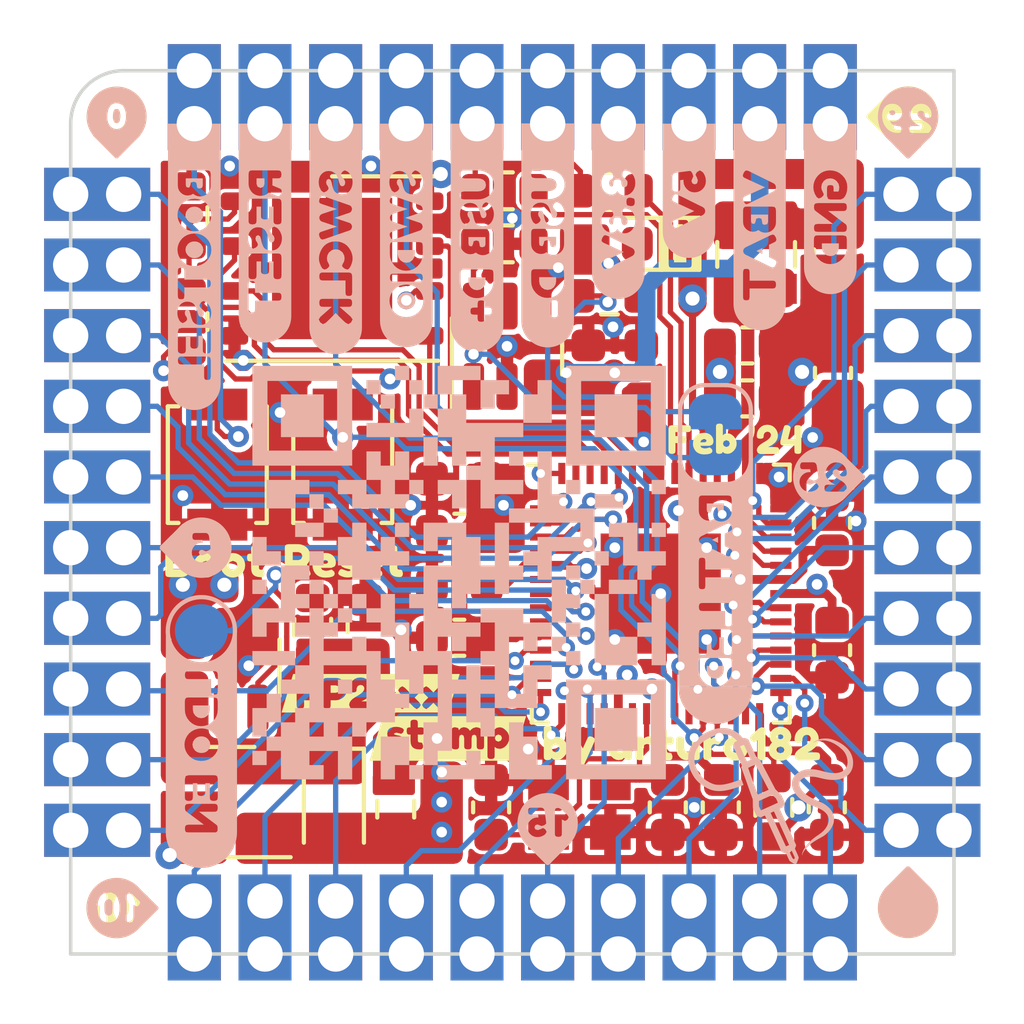
<source format=kicad_pcb>
(kicad_pcb (version 20240108) (generator "pcbnew") (generator_version "8.0")
  (layers (0 "F.Cu" signal) (1 "In1.Cu" power "GND.Cu") (2 "In2.Cu" power "PWR.Cu") (31 "B.Cu" signal) (34 "B.Paste" user) (35 "F.Paste" user) (36 "B.SilkS" user "B.Silkscreen") (37 "F.SilkS" user "F.Silkscreen") (38 "B.Mask" user) (39 "F.Mask" user) (44 "Edge.Cuts" user))
  (net 0 "")
  (net 1 "+3V3")
  (net 2 "GND")
  (net 3 "Net-(U4-XIN)")
  (net 4 "Net-(U4-XOUT)")
  (net 5 "Net-(U4-VREG_FB)")
  (net 6 "/VIN")
  (net 7 "VBAT")
  (net 8 "+5V")
  (net 9 "Net-(D2-K)")
  (net 10 "/~{RESET}")
  (net 11 "/D-")
  (net 12 "/USB_D-")
  (net 13 "/USB_D+")
  (net 14 "/D+")
  (net 15 "/BOOTSEL")
  (net 16 "/~{QSPI_CS}")
  (net 17 "Net-(U4-VREG_LX)")
  (net 18 "Net-(U3-EN)")
  (net 19 "Net-(U2-PROG)")
  (net 21 "/QSPI_SD3")
  (net 22 "/QSPI_SD0")
  (net 23 "/QSPI_SD1")
  (net 24 "/QSPI_SD2")
  (net 25 "/QSPI_SCLK")
  (net 26 "/SWDIO")
  (net 27 "/SWCLK")
  (net 28 "/GPIO5")
  (net 29 "/GPIO3")
  (net 30 "/GPIO6")
  (net 31 "/GPIO7")
  (net 32 "/GPIO8")
  (net 33 "/GPIO0")
  (net 34 "/GPIO2")
  (net 35 "/GPIO1")
  (net 36 "/GPIO9")
  (net 37 "/GPIO4")
  (net 38 "/GPIO25")
  (net 39 "/GPIO22")
  (net 40 "/GPIO26")
  (net 41 "/GPIO23")
  (net 42 "/GPIO20")
  (net 43 "/GPIO29")
  (net 44 "/GPIO28")
  (net 45 "/GPIO21")
  (net 46 "/GPIO27")
  (net 47 "/GPIO24")
  (net 48 "/GPIO13")
  (net 49 "/GPIO18")
  (net 50 "/GPIO15")
  (net 51 "/GPIO14")
  (net 52 "/GPIO12")
  (net 53 "/GPIO11")
  (net 54 "/GPIO10")
  (net 55 "/GPIO16")
  (net 56 "/GPIO17")
  (net 57 "/GPIO19")
  (net 58 "Net-(JP1-B)")
  (net 60 "Net-(JP1-A)")
  (footprint "buzzardLabel" (layer "F.Cu") (at 168.79 108.7)
    (property "Reference" "" (hide yes))
    (property "Value" "" (hide yes))
  )
  (footprint "Capacitor_SMD:C_0603_1608Metric" (layer "F.Cu") (at 156 99.55 180)
    (property "Reference" "C17" (hide yes))
    (property "Value" "0.1uF" (hide yes))
  )
  (footprint "Resistor_SMD:R_0603_1608Metric" (layer "F.Cu") (at 148.35 92.1 -90)
    (property "Reference" "R4" (hide yes))
    (property "Value" "100K" (hide yes))
  )
  (footprint "Capacitor_SMD:C_0603_1608Metric" (layer "F.Cu") (at 166.55 101.4 -90)
    (property "Reference" "C10" (hide yes))
    (property "Value" "0.1uF" (hide yes))
  )
  (footprint "Capacitor_SMD:C_0603_1608Metric" (layer "F.Cu") (at 164.15 94.275)
    (property "Reference" "C15" (hide yes))
    (property "Value" "10uF" (hide yes))
  )
  (footprint "Capacitor_SMD:C_0603_1608Metric" (layer "F.Cu") (at 156.9 105.85 90)
    (property "Reference" "C4" (hide yes))
    (property "Value" "12pF" (hide yes))
  )
  (footprint "Inductor_SMD:L_Wuerth_MAPI-2512" (layer "F.Cu") (at 164.4 90.2 -90)
    (property "Reference" "L1" (hide yes))
    (property "Value" "4.7uH" (hide yes))
  )
  (footprint "LED_SMD:LED_0603_1608Metric" (layer "F.Cu") (at 160.25 89.9 180)
    (property "Reference" "D2" (hide yes))
    (property "Value" "LED_CHR" (hide yes))
  )
  (footprint "Package_TO_SOT_SMD:SOT-23" (layer "F.Cu") (at 149.55 105.7 180)
    (property "Reference" "Q1" (hide yes))
    (property "Value" "BSS84" (hide yes))
  )
  (footprint "RP2xxx_stamp:Castellated_1x10_P2.00mm_Vertical" (layer "F.Cu") (at 145 88.5)
    (property "Reference" "J1" (hide yes))
    (property "Value" "Conn_West" (hide yes))
  )
  (footprint "Crystal:Crystal_SMD_2520-4Pin_2.5x2.0mm" (layer "F.Cu") (at 159.4 105.85 180)
    (property "Reference" "Y1" (hide yes))
    (property "Value" "XYDBPCNANF-12MHZ" (hide yes))
  )
  (footprint "Capacitor_SMD:C_0603_1608Metric" (layer "F.Cu") (at 161.9 105.85 -90)
    (property "Reference" "C5" (hide yes))
    (property "Value" "12pF" (hide yes))
  )
  (footprint "Resistor_SMD:R_0603_1608Metric" (layer "F.Cu") (at 160.25 88.4 180)
    (property "Reference" "R6" (hide yes))
    (property "Value" "27R" (hide yes))
  )
  (footprint "Diode_SMD:D_SOD-323" (layer "F.Cu") (at 152.45 105.8 -90)
    (property "Reference" "D1" (hide yes))
    (property "Value" "D_Schottky_Small" (hide yes))
  )
  (footprint "Capacitor_SMD:C_0603_1608Metric" (layer "F.Cu") (at 166.575 93.55 90)
    (property "Reference" "C13" (hide yes))
    (property "Value" "1uF" (hide yes))
  )
  (footprint "kibuzzard-65C79539" (layer "F.Cu") (at 155.675 103.9)
    (property "Reference" "kibuzzard-65C79539" (hide yes))
    (property "Value" "G***" (hide yes))
  )
  (footprint "Capacitor_SMD:C_0603_1608Metric" (layer "F.Cu") (at 164.15 92.775)
    (property "Reference" "C12" (hide yes))
    (property "Value" "0.1uF" (hide yes))
  )
  (footprint "Resistor_SMD:R_0603_1608Metric" (layer "F.Cu") (at 164.9 105.85 90)
    (property "Reference" "R10" (hide yes))
    (property "Value" "100K" (hide yes))
  )
  (footprint "Capacitor_SMD:C_0603_1608Metric" (layer "F.Cu") (at 156 96.55 180)
    (property "Reference" "C6" (hide yes))
    (property "Value" "0.1uF" (hide yes))
  )
  (footprint "Package_SON:WSON-8-1EP_6x5mm_P1.27mm_EP3.4x4mm" (layer "F.Cu") (at 152.4 90.6)
    (property "Reference" "U1" (hide yes))
    (property "Value" "W25Q128JVPIQ" (hide yes))
  )
  (footprint "Resistor_SMD:R_0603_1608Metric" (layer "F.Cu") (at 157.275 88.4 180)
    (property "Reference" "R7" (hide yes))
    (property "Value" "27R" (hide yes))
  )
  (footprint "Package_TO_SOT_SMD:SOT-23-5" (layer "F.Cu") (at 149.35 101.9 90)
    (property "Reference" "U3" (hide yes))
    (property "Value" "AP2112K-3.3" (hide yes))
  )
  (footprint "Capacitor_SMD:C_0603_1608Metric" (layer "F.Cu") (at 161.15 93.55 90)
    (property "Reference" "C14" (hide yes))
    (property "Value" "0.1uF" (hide yes))
  )
  (footprint "Resistor_SMD:R_0603_1608Metric" (layer "F.Cu") (at 148.35 89.1 -90)
    (property "Reference" "R11" (hide yes))
    (property "Value" "2K" (hide yes))
  )
  (footprint "Package_DFN_QFN_Extra:QFN-60_EP_7x7_Pitch0.4mm" (layer "F.Cu") (at 161.7 99.8)
    (property "Reference" "U4" (hide yes))
    (property "Value" "RP235x-A" (hide yes))
  )
  (footprint "RP2xxx_stamp:Castellated_1x10_P2.00mm_Vertical" (layer "F.Cu") (at 148.5 86.5 90)
    (property "Reference" "J2" (hide yes))
    (property "Value" "Conn_North" (hide yes))
  )
  (footprint "kibuzzard-6605ACF6" (layer "F.Cu") (at 163.8 95.425)
    (property "Reference" "kibuzzard-6605ACF6" (hide yes))
    (property "Value" "G***" (hide yes))
  )
  (footprint "Capacitor_SMD:C_0603_1608Metric" (layer "F.Cu") (at 166.55 90.2 -90)
    (property "Reference" "C16" (hide yes))
    (property "Value" "10uF" (hide yes))
  )
  (footprint "Capacitor_SMD:C_0603_1608Metric" (layer "F.Cu") (at 156 98.05)
    (property "Reference" "C2" (hide yes))
    (property "Value" "10uF" (hide yes))
  )
  (footprint "Resistor_SMD:R_0603_1608Metric" (layer "F.Cu") (at 151.85 100.75 -90)
    (property "Reference" "R3" (hide yes))
    (property "Value" "100K" (hide yes))
  )
  (footprint "buzzardLabel" (layer "F.Cu") (at 146.3 108.7)
    (property "Reference" "" (hide yes))
    (property "Value" "" (hide yes))
  )
  (footprint "kibuzzard-6577C6A3" (layer "F.Cu") (at 152.75 98.875)
    (property "Reference" "kibuzzard-6577C6A3" (hide yes))
    (property "Value" "G***" (hide yes))
  )
  (footprint "Capacitor_SMD:C_0603_1608Metric" (layer "F.Cu") (at 159.65 93.55 -90)
    (property "Reference" "C3" (hide yes))
    (property "Value" "10uF" (hide yes))
  )
  (footprint "Capacitor_SMD:C_0603_1608Metric" (layer "F.Cu") (at 156 101.05 180)
    (property "Reference" "C7" (hide yes))
    (property "Value" "0.1uF" (hide yes))
  )
  (footprint "kibuzzard-6578FE34" (layer "F.Cu") (at 162.3 104.175)
    (property "Reference" "kibuzzard-6578FE34" (hide yes))
    (property "Value" "G***" (hide yes))
  )
  (footprint "kibuzzard-6577C69C" (layer "F.Cu") (at 149.1 98.875)
    (property "Reference" "kibuzzard-6577C69C" (hide yes))
    (property "Value" "G***" (hide yes))
  )
  (footprint "Resistor_SMD:R_0603_1608Metric" (layer "F.Cu") (at 160.25 91.375)
    (property "Reference" "R2" (hide yes))
    (property "Value" "2K" (hide yes))
  )
  (footprint "kibuzzard-65C79528" (layer "F.Cu") (at 153.49 102.62)
    (property "Reference" "kibuzzard-65C79528" (hide yes))
    (property "Value" "G***" (hide yes))
  )
  (footprint "Resistor_SMD:R_0603_1608Metric" (layer "F.Cu") (at 154.2 105.9 -90)
    (property "Reference" "R1" (hide yes))
    (property "Value" "100K" (hide yes))
  )
  (footprint "Package_TO_SOT_SMD:SOT-23-6" (layer "F.Cu") (at 157.35 92.8 90)
    (property "Reference" "U2" (hide yes))
    (property "Value" "ME4055" (hide yes))
  )
  (footprint "Capacitor_SMD:C_0603_1608Metric" (layer "F.Cu") (at 163.4 105.85 -90)
    (property "Reference" "C18" (hide yes))
    (property "Value" "0.1uF" (hide yes))
  )
  (footprint "RP2xxx_stamp:Castellated_1x10_P2.00mm_Vertical" (layer "F.Cu") (at 168.5 88.5)
    (property "Reference" "J4" (hide yes))
    (property "Value" "Conn_East" (hide yes))
  )
  (footprint "Capacitor_SMD:C_0603_1608Metric" (layer "F.Cu") (at 166.4 105.85 -90)
    (property "Reference" "C9" (hide yes))
    (property "Value" "0.1uF" (hide yes))
  )
  (footprint "Button_Switch_SMD:SW_SPST_B3U-1000P" (layer "F.Cu") (at 152.7 96.15 90)
    (property "Reference" "SW1" (hide yes))
    (property "Value" "SW_RESET" (hide yes))
  )
  (footprint "Capacitor_SMD:C_0603_1608Metric" (layer "F.Cu") (at 166.55 97.8 90)
    (property "Reference" "C19" (hide yes))
    (property "Value" "0.1uF" (hide yes))
  )
  (footprint "Button_Switch_SMD:SW_SPST_B3U-1000P" (layer "F.Cu") (at 149.15 96.15 -90)
    (property "Reference" "SW2" (hide yes))
    (property "Value" "SW_BOOTSEL" (hide yes))
  )
  (footprint "Capacitor_SMD:C_0603_1608Metric" (layer "F.Cu") (at 153.35 100.75 90)
    (property "Reference" "C1" (hide yes))
    (property "Value" "10uF" (hide yes))
  )
  (footprint "Resistor_SMD:R_0603_1608Metric" (layer "F.Cu") (at 157.275 89.9 180)
    (property "Reference" "R5" (hide yes))
    (property "Value" "2K" (hide yes))
  )
  (footprint "RP2xxx_stamp:Castellated_1x10_P2.00mm_Vertical" (layer "F.Cu") (at 148.5 110 90)
    (property "Reference" "J3" (hide yes))
    (property "Value" "Conn_South" (hide yes))
  )
  (footprint "buzzardLabel" (layer "F.Cu") (at 146.35 86.3)
    (property "Reference" "" (hide yes))
    (property "Value" "" (hide yes))
  )
  (footprint "Symbols_Extra:SolderParty-New-Logo_5x4.2mm_SilkScreen" (layer "B.Cu") (at 164.65 105.368763 180)
    (property "Reference" "G***" (hide yes))
    (property "Value" "LOGO" (hide yes))
  )
  (footprint "kibuzzard-6578FC10" (layer "B.Cu") (at 150.5 89.59634 -90)
    (property "Reference" "kibuzzard-6578FC10" (hide yes))
    (property "Value" "G***" (hide yes))
  )
  (footprint "svg2mod" (layer "B.Cu") (at 158.2 106.275001 180)
    (property "Reference" "svg2mod-54" (hide yes))
    (property "Value" "G***" (hide yes))
  )
  (footprint "svg2mod" (layer "B.Cu") (at 168.25 86.35 180)
    (property "Reference" "svg2mod-92" (hide yes))
    (property "Value" "G***" (hide yes))
  )
  (footprint "svg2mod" (layer "B.Cu") (at 165.9 96.5 180)
    (property "Reference" "svg2mod-51" (hide yes))
    (property "Value" "G***" (hide yes))
  )
  (footprint "kibuzzard-6578FB6C" (layer "B.Cu") (at 162.5 88.4 -90)
    (property "Reference" "kibuzzard-6578FB6C" (hide yes))
    (property "Value" "G***" (hide yes))
  )
  (footprint "kibuzzard-6605AAE9" (layer "B.Cu") (at 148.7 106.87 -90)
    (property "Reference" "kibuzzard-6605AAE9" (hide yes))
    (property "Value" "G***" (hide yes))
  )
  (footprint "kibuzzard-6578FC1D" (layer "B.Cu") (at 148.5 90.552015 -90)
    (property "Reference" "kibuzzard-6578FC1D" (hide yes))
    (property "Value" "G***" (hide yes))
  )
  (footprint "kibuzzard-6578FBA5" (layer "B.Cu") (at 158.500277 89.662223 -90)
    (property "Reference" "kibuzzard-6578FBA5" (hide yes))
    (property "Value" "G***" (hide yes))
  )
  (footprint "kibuzzard-6578FBB3" (layer "B.Cu") (at 156.5 89.729055 -90)
    (property "Reference" "kibuzzard-6578FBB3" (hide yes))
    (property "Value" "G***" (hide yes))
  )
  (footprint "svg2mod" (layer "B.Cu") (at 158.9 106.275001 180)
    (property "Reference" "svg2mod-1" (hide yes))
    (property "Value" "G***" (hide yes))
  )
  (footprint "TestPoint:TestPoint_Pad_D1.5mm" (layer "B.Cu") (at 148.7 100.85 180)
    (property "Reference" "TP1" (hide yes))
    (property "Value" "TP_LDO_EN" (hide yes))
  )
  (footprint "kibuzzard-6578FBCE" (layer "B.Cu") (at 154.5 89.661745 -90)
    (property "Reference" "kibuzzard-6578FBCE" (hide yes))
    (property "Value" "G***" (hide yes))
  )
  (footprint "kibuzzard-6605AA87" (layer "B.Cu") (at 148.7 104.2 -90)
    (property "Reference" "kibuzzard-6605AA87" (hide yes))
    (property "Value" "G***" (hide yes))
  )
  (footprint "svg2mod" (layer "B.Cu") (at 169.05 86.35 180)
    (property "Reference" "svg2mod-2" (hide yes))
    (property "Value" "G***" (hide yes))
  )
  (footprint "kibuzzard-6605B0D5" (layer "B.Cu") (at 163.25 102.77 -90)
    (property "Reference" "kibuzzard-6605B0D5" (hide yes))
    (property "Value" "G***" (hide yes))
  )
  (footprint "svg2mod" (layer "B.Cu") (at 166.65 96.5 180)
    (property "Reference" "svg2mod-21" (hide yes))
    (property "Value" "G***" (hide yes))
  )
  (footprint "LOGO" (layer "B.Cu") (at 156 99.2 180)
    (property "Reference" "G***" (hide yes))
    (property "Value" "LOGO" (hide yes))
  )
  (footprint "kibuzzard-6578FB20" (layer "B.Cu") (at 166.5 88.912128 -90)
    (property "Reference" "kibuzzard-6578FB20" (hide yes))
    (property "Value" "G***" (hide yes))
  )
  (footprint "svg2mod" (layer "B.Cu") (at 148.7 98.5 180)
    (property "Reference" "svg2mod-53" (hide yes))
    (property "Value" "G***" (hide yes))
  )
  (footprint "kibuzzard-6605B0A1" (layer "B.Cu") (at 163.25 99.65 -90)
    (property "Reference" "kibuzzard-6605B0A1" (hide yes))
    (property "Value" "G***" (hide yes))
  )
  (footprint "buzzardLabel" (layer "B.Cu") (at 168.6 108.695 180)
    (property "Reference" "" (hide yes))
    (property "Value" "" (hide yes))
  )
  (footprint "buzzardLabel" (layer "B.Cu") (at 146.250001 86.3 180)
    (property "Reference" "" (hide yes))
    (property "Value" "" (hide yes))
  )
  (footprint "kibuzzard-6578FB5D" (layer "B.Cu") (at 164.5 89.42235 -90)
    (property "Reference" "kibuzzard-6578FB5D" (hide yes))
    (property "Value" "G***" (hide yes))
  )
  (footprint "kibuzzard-6578FB80" (layer "B.Cu") (at 160.5 88.981025 -90)
    (property "Reference" "kibuzzard-6578FB80" (hide yes))
    (property "Value" "G***" (hide yes))
  )
  (footprint "kibuzzard-6578FC06" (layer "B.Cu") (at 152.5 89.762075 -90)
    (property "Reference" "kibuzzard-6578FC06" (hide yes))
    (property "Value" "G***" (hide yes))
  )
  (footprint "Jumper:SolderJumper-2_P1.3mm_Bridged_RoundedPad1.0x1.5mm" (layer "B.Cu") (at 163.25 95.3 -90)
    (property "Reference" "JP1" (hide yes))
    (property "Value" "SJ_STAT_LED" (hide yes))
  )
  (footprint "buzzardLabel" (layer "B.Cu") (at 146.3 108.7 180)
    (property "Reference" "" (hide yes))
    (property "Value" "" (hide yes))
  )
  (gr_poly (pts (xy 158.025 106.8) (xy 158.5 107.2) (xy 159 106.8)) (stroke (width 0.1)) (fill solid) (layer "B.SilkS"))
  (gr_circle (center 168.7 86.305) (end 169.499999 86.305) (stroke (width 0.11)) (fill none) (layer "B.SilkS"))
  (gr_poly (pts (xy 147.399997 108.700001) (xy 147.099998 108.400001) (xy 147.099998 109.000002)) (stroke (width 0.15)) (fill solid) (layer "B.SilkS"))
  (gr_poly (pts (xy 169.05 85.655) (xy 168.7 85.555) (xy 168.35 85.655) (xy 168.15 85.805) (xy 169.25 85.805)) (stroke (width 0.15)) (fill solid) (layer "B.SilkS"))
  (gr_circle (center 158.5 106.300001) (end 158.5 107.1) (stroke (width 0.11)) (fill none) (layer "B.SilkS"))
  (gr_circle (center 146.3 108.7) (end 147.099999 108.7) (stroke (width 0.11)) (fill none) (layer "B.SilkS"))
  (gr_poly (pts (xy 165.950002 97.15) (xy 166.300001 97.25) (xy 166.65 97.15) (xy 166.850001 97) (xy 165.750001 97)) (stroke (width 0.15)) (fill solid) (layer "B.SilkS"))
  (gr_poly (pts (xy 149.15 99.1) (xy 148.25 99.1) (xy 148.7 99.25)) (stroke (width 0.15)) (fill solid) (layer "B.SilkS"))
  (gr_poly (pts (xy 145.671128 108.799637) (xy 145.724999 108.225) (xy 145.525001 108.700001) (xy 145.641913 109.1) (xy 145.85 109.3)) (stroke (width 0.1)) (fill solid) (layer "B.SilkS"))
  (gr_line (start 146.799999 109.3) (end 147.399997 108.700001) (stroke (width 0.15)) (layer "B.SilkS"))
  (gr_poly (pts (xy 159.15 105.850001) (xy 159.15 106.750001) (xy 159.25 106.300001)) (stroke (width 0.1)) (fill solid) (layer "B.SilkS"))
  (gr_poly (pts (xy 146.300001 87.400001) (xy 146.600002 87.1) (xy 146 87.1)) (stroke (width 0.15)) (fill solid) (layer "B.SilkS"))
  (gr_circle (center 148.7 98.5) (end 147.900001 98.5) (stroke (width 0.11)) (fill none) (layer "B.SilkS"))
  (gr_line (start 146.300001 87.400001) (end 145.7 86.8) (stroke (width 0.15)) (layer "B.SilkS"))
  (gr_line (start 167.4 96.5) (end 166.8 97.1) (stroke (width 0.15)) (layer "B.SilkS"))
  (gr_line (start 159.1 106.8) (end 158.5 107.4) (stroke (width 0.15)) (layer "B.SilkS"))
  (gr_circle (center 168.7 108.695) (end 167.900001 108.695) (stroke (width 0.11)) (fill none) (layer "B.SilkS"))
  (gr_line (start 168.7 87.404999) (end 168.1 86.804999) (stroke (width 0.15)) (layer "B.SilkS"))
  (gr_poly (pts (xy 168.35 109.345) (xy 168.7 109.445) (xy 169.05 109.345) (xy 169.25 109.195) (xy 168.15 109.195)) (stroke (width 0.15)) (fill solid) (layer "B.SilkS"))
  (gr_poly (pts (xy 166.649999 95.85) (xy 166.3 95.75) (xy 165.950001 95.85) (xy 165.75 96) (xy 166.85 96)) (stroke (width 0.15)) (fill solid) (layer "B.SilkS"))
  (gr_poly (pts (xy 158.85 105.600001) (xy 158.4 105.550001) (xy 157.914045 105.752529) (xy 157.789044 105.952529) (xy 157.75 106.225001) (xy 157.850001 106.675001) (xy 158.025 106.875001) (xy 157.85 106.55) (xy 157.85 105.85) (xy 158.2 105.75) (xy 158.7 105.75) (xy 159.05 105.8)) (stroke (width 0.1)) (fill solid) (layer "B.SilkS"))
  (gr_line (start 168.7 107.595001) (end 169.3 108.195001) (stroke (width 0.15)) (layer "B.SilkS"))
  (gr_line (start 168.1 108.195001) (end 168.7 107.595001) (stroke (width 0.15)) (layer "B.SilkS"))
  (gr_line (start 169.25 86.85) (end 168.7 87.404999) (stroke (width 0.15)) (layer "B.SilkS"))
  (gr_line (start 147.600001 98.5) (end 148.200001 97.9) (stroke (width 0.15)) (layer "B.SilkS"))
  (gr_circle (center 146.300001 86.3) (end 145.650001 86.300001) (stroke (width 0.4)) (fill none) (layer "B.SilkS"))
  (gr_poly (pts (xy 164.31 96.96) (xy 162.19 96.96) (xy 162.19 95.8) (xy 162.295 95.802501) (xy 162.29 96.16) (xy 162.455025 96.494975) (xy 162.69 96.64) (xy 163.1 96.757501) (xy 163.64 96.747501) (xy 163.97 96.527501) (xy 164.19 96.26) (xy 164.23 95.947501) (xy 164.21 95.817501) (xy 164.31 95.82)) (fill solid) (layer "B.SilkS"))
  (gr_poly (pts (xy 149.707957 101.85) (xy 147.692043 101.85) (xy 147.695 100.857501) (xy 147.75 100.842501) (xy 147.805 101.187501) (xy 147.985 101.487501) (xy 148.225 101.657501) (xy 148.555 101.797501) (xy 149.025 101.747501) (xy 149.355 101.527501) (xy 149.525 101.357501) (xy 149.645 100.987501) (xy 149.665 100.857501) (xy 149.705 100.857501)) (fill solid) (layer "B.SilkS"))
  (gr_poly (pts (xy 146.750001 109.299999) (xy 146.825 109.174999) (xy 145.85 109.3) (xy 146.300001 109.449998)) (stroke (width 0.15)) (fill solid) (layer "B.SilkS"))
  (gr_line (start 148.200001 99.1) (end 147.600001 98.5) (stroke (width 0.15)) (layer "B.SilkS"))
  (gr_line (start 158.55 105.725) (end 158.55 106.775) (stroke (width 0.15)) (layer "B.SilkS"))
  (gr_poly (pts (xy 168.7 107.595001) (xy 168.4 107.895001) (xy 169 107.895001)) (stroke (width 0.15)) (fill solid) (layer "B.SilkS"))
  (gr_line (start 147.399997 108.700001) (end 146.799997 108.1) (stroke (width 0.15)) (layer "B.SilkS"))
  (gr_poly (pts (xy 147.600001 98.5) (xy 147.900001 98.8) (xy 147.900001 98.2)) (stroke (width 0.15)) (fill solid) (layer "B.SilkS"))
  (gr_poly (pts (xy 147 109.05) (xy 147.100001 108.599999) (xy 146.824999 108.15) (xy 146.625 108.025) (xy 146.375001 107.95) (xy 145.924999 108.050002) (xy 145.724999 108.225) (xy 146.699999 108.125) (xy 147.099998 108.400001) (xy 147.05 108.87) (xy 146.825 109.174999)) (stroke (width 0.15)) (fill solid) (layer "B.SilkS"))
  (gr_poly (pts (xy 168.3 108.095) (xy 169.1 108.095) (xy 169 107.895001) (xy 168.4 107.895001)) (stroke (width 0.15)) (fill solid) (layer "B.SilkS"))
  (gr_poly (pts (xy 158.5 107.4) (xy 158.8 107.1) (xy 158.2 107.1)) (stroke (width 0.15)) (fill solid) (layer "B.SilkS"))
  (gr_line (start 166.845001 95.95) (end 167.4 96.5) (stroke (width 0.15)) (layer "B.SilkS"))
  (gr_line (start 158.5 107.4) (end 157.9 106.8) (stroke (width 0.15)) (layer "B.SilkS"))
  (gr_line (start 146.900002 86.8) (end 146.300001 87.400001) (stroke (width 0.15)) (layer "B.SilkS"))
  (gr_poly (pts (xy 168.7 87.404999) (xy 169 87.104999) (xy 168.4 87.104999)) (stroke (width 0.15)) (fill solid) (layer "B.SilkS"))
  (gr_poly (pts (xy 169.1 86.905) (xy 168.3 86.905) (xy 168.4 87.104999) (xy 169 87.104999)) (stroke (width 0.15)) (fill solid) (layer "B.SilkS"))
  (gr_poly (pts (xy 167.4 96.5) (xy 167.05 96.2) (xy 167.05 96.8)) (stroke (width 0.15)) (fill solid) (layer "B.SilkS"))
  (gr_poly (pts (xy 149.35 98.85) (xy 149.45 98.4) (xy 149.225 97.95) (xy 149.025 97.825) (xy 148.775 97.750001) (xy 148.325 97.850001) (xy 148.15 98) (xy 149.05 98) (xy 149.05 98.25) (xy 149.050961 98.999982) (xy 148.400961 99.012481) (xy 148.3 98.85) (xy 148.35 98.05) (xy 148.05 98.15) (xy 147.975001 98.8) (xy 148.3 99.1) (xy 149.05 99.1)) (stroke (width 0.15)) (fill solid) (layer "B.SilkS"))
  (gr_circle (center 166.300001 96.5) (end 166.300001 95.700001) (stroke (width 0.11)) (fill none) (layer "B.SilkS"))
  (gr_poly (pts (xy 162.075 89.895) (xy 162.075 90.425) (xy 162.425 90.425) (xy 162.425 89.895)) (fill solid) (layer "F.SilkS"))
  (gr_line (start 168.200001 85.7) (end 167.600001 86.3) (stroke (width 0.15)) (layer "F.SilkS"))
  (gr_line (start 161.7 90.635) (end 162.794052 90.635) (stroke (width 0.12)) (layer "F.SilkS"))
  (gr_circle (center 146.3 86.3) (end 146.95 86.3) (stroke (width 0.4)) (fill none) (layer "F.SilkS"))
  (gr_poly (pts (xy 147.399999 108.7) (xy 147.099999 109) (xy 147.099999 108.4)) (stroke (width 0.15)) (fill solid) (layer "F.SilkS"))
  (gr_poly (pts (xy 146.75 108.1) (xy 145.85 108.1) (xy 146.3 107.95)) (stroke (width 0.15)) (fill solid) (layer "F.SilkS"))
  (gr_arc (start 162 90.6) (mid 161.929289 90.570711) (end 161.9 90.5) (stroke (width 0.05)) (layer "F.SilkS"))
  (gr_arc (start 162.6 90.5) (mid 162.570711 90.570711) (end 162.5 90.6) (stroke (width 0.05)) (layer "F.SilkS"))
  (gr_line (start 145.7 86.8) (end 146.3 87.4) (stroke (width 0.15)) (layer "F.SilkS"))
  (gr_poly (pts (xy 145.575 108.95) (xy 145.525 108.7) (xy 145.575 108.4)) (stroke (width 0.1)) (fill solid) (layer "F.SilkS"))
  (gr_poly (pts (xy 168.7 107.600001) (xy 169 107.900001) (xy 168.4 107.900001)) (stroke (width 0.15)) (fill solid) (layer "F.SilkS"))
  (gr_poly (pts (xy 162.175 89.345) (xy 162.325 89.345) (xy 162.325 89.53) (xy 162.175 89.53)) (fill solid) (layer "F.SilkS"))
  (gr_poly (pts (xy 162.025 89.225) (xy 162.025 89.525) (xy 161.925 89.525) (xy 161.925 90.6) (xy 161.75 90.6) (xy 161.75 89.225)) (fill solid) (layer "F.SilkS"))
  (gr_line (start 167.600001 86.3) (end 168.200001 86.9) (stroke (width 0.15)) (layer "F.SilkS"))
  (gr_poly (pts (xy 147 108.35) (xy 147.1 108.8) (xy 146.825 109.25) (xy 146.625 109.375) (xy 146.375 109.45) (xy 145.925 109.35) (xy 145.725 109.175) (xy 146.7 109.275) (xy 146.9 109) (xy 146.95 108.55) (xy 146.825 108.225)) (stroke (width 0.15)) (fill solid) (layer "F.SilkS"))
  (gr_poly (pts (xy 169.1 108.1) (xy 168.3 108.1) (xy 168.4 107.900001) (xy 169 107.900001)) (stroke (width 0.15)) (fill solid) (layer "F.SilkS"))
  (gr_line (start 146.799999 109.3) (end 147.399999 108.7) (stroke (width 0.15)) (layer "F.SilkS"))
  (gr_circle (center 168.7 86.3) (end 169.48 86.29) (stroke (width 0.15)) (fill none) (layer "F.SilkS"))
  (gr_arc (start 162.5 89.5) (mid 162.570711 89.529289) (end 162.6 89.6) (stroke (width 0.05)) (layer "F.SilkS"))
  (gr_arc (start 162 89.3) (mid 162.029289 89.229289) (end 162.1 89.2) (stroke (width 0.05)) (layer "F.SilkS"))
  (gr_poly (pts (xy 168.7 85.65) (xy 168.725 85.65) (xy 168.775 85.675) (xy 168.8 85.725) (xy 168.8 86.2) (xy 169.225 86.2) (xy 169.275 86.225) (xy 169.3 86.275) (xy 169.3 86.325) (xy 169.275 86.375) (xy 169.225 86.4) (xy 168.7 86.4) (xy 168.7 86.475) (xy 169.025 86.475) (xy 169.075 86.5) (xy 169.1 86.55) (xy 169.1 86.6) (xy 169.075 86.65) (xy 169.025 86.675) (xy 168.7 86.675) (xy 168.7 86.75) (xy 168.825 86.75) (xy 168.875 86.775) (xy 168.9 86.825) (xy 168.9 86.875) (xy 168.875 86.925) (xy 168.825 86.95) (xy 168.7 86.95) (xy 168.7 87.080064) (xy 169 87.025) (xy 169.325 86.8) (xy 169.499999 86.3) (xy 169.3 85.8) (xy 169.075 85.6) (xy 168.7 85.519936) (xy 168.7 85.65) (xy 168.675 85.65) (xy 168.625 85.675) (xy 168.6 85.725) (xy 168.6 86.2) (xy 168.175 86.2) (xy 168.125 86.225) (xy 168.1 86.275) (xy 168.1 86.325) (xy 168.125 86.375) (xy 168.175 86.4) (xy 168.7 86.4) (xy 168.7 86.475) (xy 168.375 86.475) (xy 168.325 86.5) (xy 168.3 86.55) (xy 168.3 86.6) (xy 168.325 86.65) (xy 168.375 86.675) (xy 168.7 86.675) (xy 168.7 86.75) (xy 168.575 86.75) (xy 168.525 86.775) (xy 168.5 86.825) (xy 168.5 86.875) (xy 168.525 86.925) (xy 168.575 86.95) (xy 168.7 86.95) (xy 168.7 87.080064) (xy 168.25 86.95) (xy 168 86.7) (xy 167.900001 86.3) (xy 168.025 85.9) (xy 168.275 85.65) (xy 168.7 85.519936)) (fill solid) (layer "F.SilkS"))
  (gr_circle (center 168.7 86.3) (end 168.7 85.500001) (stroke (width 0.11)) (fill none) (layer "F.SilkS"))
  (gr_poly (pts (xy 146.3 87.4) (xy 146 87.1) (xy 146.6 87.1)) (stroke (width 0.15)) (fill solid) (layer "F.SilkS"))
  (gr_arc (start 161.9 89.6) (mid 161.929289 89.529289) (end 162 89.5) (stroke (width 0.05)) (layer "F.SilkS"))
  (gr_line (start 168.7 107.600001) (end 168.1 108.200001) (stroke (width 0.15)) (layer "F.SilkS"))
  (gr_poly (pts (xy 162.475 89.225) (xy 162.475 89.525) (xy 162.575 89.525) (xy 162.575 90.6) (xy 162.75 90.6) (xy 162.75 89.225)) (fill solid) (layer "F.SilkS"))
  (gr_circle (center 146.3 108.7) (end 147.1 108.7) (stroke (width 0.11)) (fill none) (layer "F.SilkS"))
  (gr_poly (pts (xy 169.05 109.35) (xy 168.7 109.45) (xy 168.35 109.35) (xy 168.15 109.2) (xy 169.25 109.2)) (stroke (width 0.15)) (fill solid) (layer "F.SilkS"))
  (gr_line (start 169.3 108.200001) (end 168.7 107.600001) (stroke (width 0.15)) (layer "F.SilkS"))
  (gr_line (start 146.3 87.4) (end 146.9 86.8) (stroke (width 0.15)) (layer "F.SilkS"))
  (gr_arc (start 162.4 89.2) (mid 162.470711 89.229289) (end 162.5 89.3) (stroke (width 0.05)) (layer "F.SilkS"))
  (gr_line (start 147.399999 108.7) (end 146.799999 108.1) (stroke (width 0.15)) (layer "F.SilkS"))
  (gr_line (start 161.7 89.166399) (end 161.7 90.625) (stroke (width 0.12)) (layer "F.SilkS"))
  (gr_poly (pts (xy 167.600001 86.3) (xy 167.900001 86) (xy 167.900001 86.6)) (stroke (width 0.15)) (fill solid) (layer "F.SilkS"))
  (gr_line (start 162.794052 89.165) (end 162.794052 90.635) (stroke (width 0.12)) (layer "F.SilkS"))
  (gr_circle (center 168.7 108.7) (end 169.5 108.7) (stroke (width 0.11)) (fill none) (layer "F.SilkS"))
  (gr_line (start 162.794052 89.165) (end 161.7 89.165) (stroke (width 0.12)) (layer "F.SilkS"))
  (gr_line (start 146.5 85) (end 170 85) (stroke (width 0.1)) (layer "Edge.Cuts"))
  (gr_line (start 170 110) (end 145 110) (stroke (width 0.1)) (layer "Edge.Cuts"))
  (gr_arc (start 145 86.5) (mid 145.43934 85.43934) (end 146.5 85) (stroke (width 0.1)) (layer "Edge.Cuts"))
  (gr_line (start 145 110) (end 145 86.5) (stroke (width 0.1)) (layer "Edge.Cuts"))
  (gr_line (start 170 85) (end 170 110) (stroke (width 0.1)) (layer "Edge.Cuts"))
  (segment (start 147.8 92.925) (end 148.35 92.925) (width 0.15) (layer "F.Cu") (net 1))
  (segment (start 160.5 102.35) (end 160.75 102.1) (width 0.25) (layer "F.Cu") (net 1))
  (segment (start 164.5 103.8) (end 164.7 104) (width 0.25) (layer "F.Cu") (net 1))
  (segment (start 157.65 101) (end 158.2625 101) (width 0.25) (layer "F.Cu") (net 1))
  (segment (start 165.65 106) (end 165.6 105.85) (width 0.25) (layer "F.Cu") (net 1))
  (segment (start 165.6 105.85) (end 165.65 105.8) (width 0.25) (layer "F.Cu") (net 1))
  (segment (start 147.629649 93.491595) (end 147.629649 93.095351) (width 0.15) (layer "F.Cu") (net 1))
  (segment (start 164.5 103.2375) (end 164.5 103.8) (width 0.25) (layer "F.Cu") (net 1))
  (segment (start 165.863021 99.8) (end 165.1 99.8) (width 0.25) (layer "F.Cu") (net 1))
  (segment (start 164.7 104) (end 164.894974 104) (width 0.25) (layer "F.Cu") (net 1))
  (segment (start 157.599998 101.050002) (end 157.65 101) (width 0.25) (layer "F.Cu") (net 1))
  (segment (start 165.65 105.8) (end 166.374999 105.075001) (width 0.25) (layer "F.Cu") (net 1))
  (segment (start 166.12363 99.539391) (end 165.863021 99.8) (width 0.25) (layer "F.Cu") (net 1))
  (segment (start 155.1625 88.2375) (end 155.1625 88.695) (width 0.25) (layer "F.Cu") (net 1))
  (segment (start 164.894974 104) (end 165.144974 104.25) (width 0.25) (layer "F.Cu") (net 1))
  (segment (start 163.375001 92.774999) (end 163.375 93.525) (width 0.9) (layer "F.Cu") (net 1))
  (segment (start 165.144974 104.25) (end 166.15 104.25) (width 0.25) (layer "F.Cu") (net 1))
  (segment (start 165.1375 99.8) (end 166.25 99.8) (width 0.25) (layer "F.Cu") (net 1))
  (segment (start 166.400001 104.500001) (end 166.400001 105.075001) (width 0.25) (layer "F.Cu") (net 1))
  (segment (start 163.3 96.3625) (end 163.3 94.35) (width 0.25) (layer "F.Cu") (net 1))
  (segment (start 163.3 94.35) (end 163.375 94.275) (width 0.25) (layer "F.Cu") (net 1))
  (segment (start 166.15 104.25) (end 166.400001 104.500001) (width 0.25) (layer "F.Cu") (net 1))
  (segment (start 155.475 87.925) (end 155.1625 88.2375) (width 0.25) (layer "F.Cu") (net 1))
  (segment (start 156.775001 101.050002) (end 157.599998 101.050002) (width 0.25) (layer "F.Cu") (net 1))
  (segment (start 166.375 99.8) (end 166.549999 99.974999) (width 0.25) (layer "F.Cu") (net 1))
  (segment (start 160.5 103.2) (end 160.5 102.35) (width 0.25) (layer "F.Cu") (net 1))
  (segment (start 163.375 93.525) (end 163.375 94.275) (width 0.9) (layer "F.Cu") (net 1))
  (segment (start 164.975 106.675) (end 165.65 106) (width 0.25) (layer "F.Cu") (net 1))
  (segment (start 147.629649 93.095351) (end 147.8 92.925) (width 0.15) (layer "F.Cu") (net 1))
  (segment (start 166.25 99.8) (end 166.375 99.8) (width 0.25) (layer "F.Cu") (net 1))
  (segment (start 166.549999 99.974999) (end 166.549999 100.625) (width 0.25) (layer "F.Cu") (net 1))
  (via (at 149.35 99.55) (size 0.8) (drill 0.4) (layers "F.Cu" "B.Cu") (net 1))
  (via (at 161.217996 95.507004) (size 0.6) (drill 0.3) (layers "F.Cu" "B.Cu") (net 1))
  (via (at 148.175 99.55) (size 0.8) (drill 0.4) (layers "F.Cu" "B.Cu") (net 1))
  (via (at 165.05 96.5) (size 0.6) (drill 0.3) (layers "F.Cu" "B.Cu") (net 1))
  (via (at 147.629649 93.491595) (size 0.6) (drill 0.3) (layers "F.Cu" "B.Cu") (net 1))
  (via (at 166 95.38) (size 0.6) (drill 0.3) (layers "F.Cu" "B.Cu") (net 1))
  (via (at 165.6 105.85) (size 0.8) (drill 0.4) (layers "F.Cu" "B.Cu") (net 1))
  (via (at 166.12363 99.539391) (size 0.6) (drill 0.3) (layers "F.Cu" "B.Cu") (net 1))
  (via (at 160.75 102.1) (size 0.6) (drill 0.3) (layers "F.Cu" "B.Cu") (net 1))
  (via (at 157.25 97.3) (size 0.6) (drill 0.3) (layers "F.Cu" "B.Cu") (net 1))
  (via (at 155.475 87.925) (size 0.8) (drill 0.4) (layers "F.Cu" "B.Cu") (net 1))
  (via (at 163.375 93.525) (size 0.8) (drill 0.4) (layers "F.Cu" "B.Cu") (net 1))
  (segment (start 149.884012 93.200739) (end 149.6375 92.954227) (width 0.2) (layer "F.Cu") (net 2))
  (segment (start 149.6375 92.954227) (end 149.6375 92.505) (width 0.2) (layer "F.Cu") (net 2))
  (via (at 157.35 92.8) (size 0.6) (drill 0.3) (layers "F.Cu" "B.Cu") (net 2))
  (via (at 165.7 93.525) (size 0.8) (drill 0.4) (layers "F.Cu" "B.Cu") (net 2))
  (via (at 163 101.1) (size 0.6) (drill 0.3) (layers "F.Cu" "B.Cu") (net 2))
  (via (at 154.625 97.3) (size 0.6) (drill 0.3) (layers "F.Cu" "B.Cu") (net 2))
  (via (at 149.884012 93.200739) (size 0.6) (drill 0.3) (layers "F.Cu" "B.Cu") (net 2))
  (via (at 163 98.5) (size 0.6) (drill 0.3) (layers "F.Cu" "B.Cu") (net 2))
  (via (at 150.925 94.675) (size 0.6) (drill 0.3) (layers "F.Cu" "B.Cu") (net 2))
  (via (at 154.35 100.825) (size 0.6) (drill 0.3) (layers "F.Cu" "B.Cu") (net 2))
  (via (at 150.041268 101.841268) (size 0.6) (drill 0.3) (layers "F.Cu" "B.Cu") (net 2))
  (via (at 162.65 105.85) (size 0.6) (drill 0.3) (layers "F.Cu" "B.Cu") (net 2))
  (via (at 160.35 92.25) (size 0.6) (drill 0.3) (layers "F.Cu" "B.Cu") (net 2))
  (via (at 160.4 101.1) (size 0.6) (drill 0.3) (layers "F.Cu" "B.Cu") (net 2))
  (via (at 161.7 99.8) (size 0.6) (drill 0.3) (layers "F.Cu" "B.Cu") (net 2))
  (via (at 167.225 97.74629) (size 0.6) (drill 0.3) (layers "F.Cu" "B.Cu") (net 2))
  (via (at 149.5 87.7) (size 0.6) (drill 0.3) (layers "F.Cu" "B.Cu") (net 2))
  (via (at 153.5 87.7) (size 0.6) (drill 0.3) (layers "F.Cu" "B.Cu") (net 2))
  (via (at 160.4 98.5) (size 0.6) (drill 0.3) (layers "F.Cu" "B.Cu") (net 2))
  (via (at 155.37 103.9) (size 0.6) (drill 0.3) (layers "F.Cu" "B.Cu") (net 2))
  (via (at 157.95 104.2) (size 0.6) (drill 0.3) (layers "F.Cu" "B.Cu") (net 2))
  (via (at 148.175 97.025) (size 0.6) (drill 0.3) (layers "F.Cu" "B.Cu") (net 2))
  (via (at 157.5 89.175) (size 0.6) (drill 0.3) (layers "F.Cu" "B.Cu") (net 2))
  (segment (start 160.9 103.2375) (end 160.9 104.15) (width 0.15) (layer "F.Cu") (net 3))
  (segment (start 159.4 104.7) (end 159.4 105.75) (width 0.15) (layer "F.Cu") (net 3))
  (segment (start 160.575 104.475) (end 159.625 104.475) (width 0.15) (layer "F.Cu") (net 3))
  (segment (start 156.899999 106.625) (end 158.449998 106.625) (width 0.15) (layer "F.Cu") (net 3))
  (segment (start 159.4 105.75) (end 158.6 106.55) (width 0.15) (layer "F.Cu") (net 3))
  (segment (start 160.9 104.15) (end 160.575 104.475) (width 0.15) (layer "F.Cu") (net 3))
  (segment (start 159.625 104.475) (end 159.4 104.7) (width 0.15) (layer "F.Cu") (net 3))
  (segment (start 161.900001 105.075001) (end 161.1 105.075001) (width 0.15) (layer "F.Cu") (net 4))
  (segment (start 161.3 104.2) (end 161.3 103.2375) (width 0.15) (layer "F.Cu") (net 4))
  (segment (start 161 105.075001) (end 160.350001 105.075001) (width 0.15) (layer "F.Cu") (net 4))
  (segment (start 161.1 104.4) (end 161.3 104.2) (width 0.15) (layer "F.Cu") (net 4))
  (segment (start 161.1 104.9) (end 161.1 105.075001) (width 0.15) (layer "F.Cu") (net 4))
  (segment (start 161 105.075001) (end 161.1 104.975001) (width 0.15) (layer "F.Cu") (net 4))
  (segment (start 161.1 104.975001) (end 161.1 104.9) (width 0.15) (layer "F.Cu") (net 4))
  (segment (start 161.1 104.9) (end 161.1 104.4) (width 0.15) (layer "F.Cu") (net 4))
  (segment (start 161.1 105.075001) (end 161 105.075001) (width 0.15) (layer "F.Cu") (net 4))
  (segment (start 165.725 98.7) (end 165.85 98.575) (width 0.25) (layer "F.Cu") (net 5))
  (segment (start 159.1668 99.0918) (end 159.075 99) (width 0.25) (layer "F.Cu") (net 5))
  (segment (start 165.1375 99.4) (end 165.45 99.4) (width 0.25) (layer "F.Cu") (net 5))
  (segment (start 159.599998 99.0918) (end 159.1668 99.0918) (width 0.25) (layer "F.Cu") (net 5))
  (segment (start 159.075 99) (end 158.3 99) (width 0.25) (layer "F.Cu") (net 5))
  (segment (start 162.725001 104.400001) (end 163.400001 105.075001) (width 0.25) (layer "F.Cu") (net 5))
  (segment (start 161.7 104.2) (end 161.9 104.4) (width 0.25) (layer "F.Cu") (net 5))
  (segment (start 158.2625 99) (end 157.85 99) (width 0.25) (layer "F.Cu") (net 5))
  (segment (start 165.45 99.4) (end 165.725 99.125) (width 0.25) (layer "F.Cu") (net 5))
  (segment (start 161.7 102.75) (end 161.7 103.2) (width 0.25) (layer "F.Cu") (net 5))
  (segment (start 157.85 99) (end 157.299998 99.550002) (width 0.25) (layer "F.Cu") (net 5))
  (segment (start 162.9 95.15) (end 162.9 96.3625) (width 0.2) (layer "F.Cu") (net 5))
  (segment (start 161.7 103.2375) (end 161.7 104.2) (width 0.25) (layer "F.Cu") (net 5))
  (segment (start 165.85 98.575) (end 166.549999 98.575) (width 0.25) (layer "F.Cu") (net 5))
  (segment (start 165.725 99.125) (end 165.725 98.7) (width 0.25) (layer "F.Cu") (net 5))
  (segment (start 161.45 102.5) (end 161.7 102.75) (width 0.25) (layer "F.Cu") (net 5))
  (segment (start 165.1 99.4) (end 163.95 99.4) (width 0.25) (layer "F.Cu") (net 5))
  (segment (start 162.6 91.45) (end 162.6 94.85) (width 0.2) (layer "F.Cu") (net 5))
  (segment (start 157.299998 99.550002) (end 156.775001 99.550002) (width 0.25) (layer "F.Cu") (net 5))
  (segment (start 162.6 94.85) (end 162.9 95.15) (width 0.2) (layer "F.Cu") (net 5))
  (segment (start 161.9 104.4) (end 162.725001 104.400001) (width 0.25) (layer "F.Cu") (net 5))
  (via (at 161.45 102.5) (size 0.6) (drill 0.3) (layers "F.Cu" "B.Cu") (net 5))
  (via (at 163.95 99.4) (size 0.6) (drill 0.3) (layers "F.Cu" "B.Cu") (net 5))
  (via (at 162.2 97.45) (size 0.6) (drill 0.3) (layers "F.Cu" "B.Cu") (net 5))
  (via (at 162.6 91.45) (size 0.8) (drill 0.4) (layers "F.Cu" "B.Cu") (net 5))
  (via (at 159.599998 99.0918) (size 0.6) (drill 0.3) (layers "F.Cu" "B.Cu") (net 5))
  (segment (start 148.050002 107.199998) (end 147.800002 107.199998) (width 0.25) (layer "F.Cu") (net 7))
  (via (at 160.4 93.55) (size 0.6) (drill 0.3) (layers "F.Cu" "B.Cu") (net 7))
  (via (at 159.025 93.55) (size 0.6) (drill 0.3) (layers "F.Cu" "B.Cu") (net 7))
  (via (at 147.800002 107.199998) (size 0.8) (drill 0.4) (layers "F.Cu" "B.Cu") (net 7))
  (segment (start 161.3 93.3) (end 161.3 91.1) (width 0.5) (layer "B.Cu") (net 7))
  (segment (start 159.025 93.55) (end 160.4 93.55) (width 0.5) (layer "B.Cu") (net 7))
  (segment (start 161.8 90.6) (end 163.7 90.6) (width 0.5) (layer "B.Cu") (net 7))
  (segment (start 164.5 89.8) (end 164.5 86.5) (width 0.5) (layer "B.Cu") (net 7))
  (segment (start 161.3 91.1) (end 161.8 90.6) (width 0.5) (layer "B.Cu") (net 7))
  (segment (start 160.4 93.55) (end 161.05 93.55) (width 0.5) (layer "B.Cu") (net 7))
  (segment (start 163.7 90.6) (end 164.5 89.8) (width 0.5) (layer "B.Cu") (net 7))
  (segment (start 161.05 93.55) (end 161.3 93.3) (width 0.5) (layer "B.Cu") (net 7))
  (via (at 155.5 106.55) (size 0.6) (drill 0.3) (layers "F.Cu" "B.Cu") (net 8))
  (via (at 160.225 90.45) (size 0.6) (drill 0.3) (layers "F.Cu" "B.Cu") (net 8))
  (via (at 158.8 90.575) (size 0.6) (drill 0.3) (layers "F.Cu" "B.Cu") (net 8))
  (via (at 155.5 104.85) (size 0.6) (drill 0.3) (layers "F.Cu" "B.Cu") (net 8))
  (via (at 155.5 105.7) (size 0.6) (drill 0.3) (layers "F.Cu" "B.Cu") (net 8))
  (segment (start 161.075 90.675) (end 161.075 91.375) (width 0.15) (layer "F.Cu") (net 9))
  (segment (start 160.9975 90.5975) (end 161.075 90.675) (width 0.15) (layer "F.Cu") (net 9))
  (segment (start 160.9975 89.9) (end 160.9975 90.5975) (width 0.15) (layer "F.Cu") (net 9))
  (segment (start 162.647121 103.875001) (end 162.9 103.622122) (width 0.15) (layer "F.Cu") (net 10))
  (segment (start 162.694975 103.875001) (end 163.169974 104.35) (width 0.15) (layer "F.Cu") (net 10))
  (segment (start 164.75 104.35) (end 164.9 104.5) (width 0.15) (layer "F.Cu") (net 10))
  (segment (start 164.9 104.5) (end 164.9 105.025) (width 0.15) (layer "F.Cu") (net 10))
  (segment (start 162.9 103.622122) (end 162.9 103.2375) (width 0.15) (layer "F.Cu") (net 10))
  (segment (start 163.169974 104.35) (end 164.75 104.35) (width 0.15) (layer "F.Cu") (net 10))
  (segment (start 152.7 94.6) (end 152.7 95.375) (width 0.15) (layer "F.Cu") (net 10))
  (segment (start 162.647121 103.875001) (end 162.694975 103.875001) (width 0.15) (layer "F.Cu") (net 10))
  (via (at 162.647121 103.875001) (size 0.5) (drill 0.25) (layers "F.Cu" "B.Cu") (net 10))
  (via (at 152.7 95.375) (size 0.6) (drill 0.3) (layers "F.Cu" "B.Cu") (net 10))
  (segment (start 154.475736 95.7) (end 159.82 95.7) (width 0.15) (layer "B.Cu") (net 10))
  (segment (start 150.5 93.3) (end 150.5 86.5) (width 0.15) (layer "B.Cu") (net 10))
  (segment (start 152.7 95.375) (end 154.150736 95.375) (width 0.15) (layer "B.Cu") (net 10))
  (segment (start 160.575 100.265991) (end 160.575 99.076472) (width 0.15) (layer "B.Cu") (net 10))
  (segment (start 154.150736 95.375) (end 154.475736 95.7) (width 0.15) (layer "B.Cu") (net 10))
  (segment (start 152.7 95.375) (end 152.575 95.375) (width 0.15) (layer "B.Cu") (net 10))
  (segment (start 161.775 102.046754) (end 161.775 101.465991) (width 0.15) (layer "B.Cu") (net 10))
  (segment (start 160.994882 96.874882) (end 160.994882 96.877294) (width 0.15) (layer "B.Cu") (net 10))
  (segment (start 162.647121 103.875001) (end 162.053248 103.281128) (width 0.15) (layer "B.Cu") (net 10))
  (segment (start 159.82 95.7) (end 160.994882 96.874882) (width 0.15) (layer "B.Cu") (net 10))
  (segment (start 161.775 101.465991) (end 160.575 100.265991) (width 0.15) (layer "B.Cu") (net 10))
  (segment (start 160.575 99.076472) (end 160.996027 98.655445) (width 0.15) (layer "B.Cu") (net 10))
  (segment (start 160.996027 98.655445) (end 160.996027 96.876149) (width 0.15) (layer "B.Cu") (net 10))
  (segment (start 152.575 95.375) (end 150.5 93.3) (width 0.15) (layer "B.Cu") (net 10))
  (segment (start 162.053248 102.325002) (end 161.775 102.046754) (width 0.15) (layer "B.Cu") (net 10))
  (segment (start 162.053248 103.281128) (end 162.053248 102.325002) (width 0.15) (layer "B.Cu") (net 10))
  (segment (start 161.15 88.5) (end 161.15 88.4) (width 0.15) (layer "F.Cu") (net 11))
  (segment (start 162.5 96.1625) (end 162.5 95.20962) (width 0.15) (layer "F.Cu") (net 11))
  (segment (start 162.275 94.98462) (end 162.275 92.13462) (width 0.15) (layer "F.Cu") (net 11))
  (segment (start 162.5 95.20962) (end 162.275 94.98462) (width 0.15) (layer "F.Cu") (net 11))
  (segment (start 161.975 91.83462) (end 161.975 89.325) (width 0.15) (layer "F.Cu") (net 11))
  (segment (start 161.975 89.325) (end 161.15 88.5) (width 0.15) (layer "F.Cu") (net 11))
  (segment (start 162.275 92.13462) (end 161.975 91.83462) (width 0.15) (layer "F.Cu") (net 11))
  (segment (start 159.425 88.4) (end 159.425 87.85) (width 0.15) (layer "F.Cu") (net 12))
  (segment (start 159.225 87.65) (end 158.625 87.65) (width 0.15) (layer "F.Cu") (net 12))
  (segment (start 158.625 87.65) (end 158.5 87.525) (width 0.15) (layer "F.Cu") (net 12))
  (segment (start 159.425 87.85) (end 159.225 87.65) (width 0.15) (layer "F.Cu") (net 12))
  (segment (start 158.5 87.525) (end 158.5 86.5) (width 0.15) (layer "F.Cu") (net 12))
  (segment (start 156.45 87.7) (end 156.5 87.65) (width 0.15) (layer "F.Cu") (net 13))
  (segment (start 156.45 88.4) (end 156.45 87.7) (width 0.15) (layer "F.Cu") (net 13))
  (segment (start 156.5 87.65) (end 156.5 86.5) (width 0.15) (layer "F.Cu") (net 13))
  (segment (start 162.1 96.1625) (end 162.1 95.233884) (width 0.15) (layer "F.Cu") (net 14))
  (segment (start 161.675 91.958884) (end 161.675 89.45) (width 0.15) (layer "F.Cu") (net 14))
  (segment (start 158.05 88.4) (end 158 88.4) (width 0.15) (layer "F.Cu") (net 14))
  (segment (start 161.975 95.108884) (end 161.975 92.258884) (width 0.15) (layer "F.Cu") (net 14))
  (segment (start 161.3 89.075) (end 158.725 89.075) (width 0.15) (layer "F.Cu") (net 14))
  (segment (start 162.1 95.233884) (end 161.975 95.108884) (width 0.15) (layer "F.Cu") (net 14))
  (segment (start 161.975 92.258884) (end 161.675 91.958884) (width 0.15) (layer "F.Cu") (net 14))
  (segment (start 158.725 89.075) (end 158.05 88.4) (width 0.15) (layer "F.Cu") (net 14))
  (segment (start 161.675 89.45) (end 161.3 89.075) (width 0.15) (layer "F.Cu") (net 14))
  (segment (start 148.35 87.6) (end 148.35 88.275) (width 0.15) (layer "F.Cu") (net 15))
  (segment (start 149.15 95.15) (end 149.15 94.45) (width 0.15) (layer "F.Cu") (net 15))
  (segment (start 148.5 86.5) (end 148.5 87.45) (width 0.15) (layer "F.Cu") (net 15))
  (segment (start 149.746232 95.353768) (end 149.353768 95.353768) (width 0.15) (layer "F.Cu") (net 15))
  (segment (start 149.353768 95.353768) (end 149.15 95.15) (width 0.15) (layer "F.Cu") (net 15))
  (segment (start 148.5 87.45) (end 148.35 87.6) (width 0.15) (layer "F.Cu") (net 15))
  (via (at 149.746232 95.353768) (size 0.6) (drill 0.3) (layers "F.Cu" "B.Cu") (net 15))
  (segment (start 148.5 88.25) (end 148.5 86.5) (width 0.15) (layer "B.Cu") (net 15))
  (segment (start 149.24 94.847536) (end 149.24 88.99) (width 0.15) (layer "B.Cu") (net 15))
  (segment (start 149.746232 95.353768) (end 149.24 94.847536) (width 0.15) (layer "B.Cu") (net 15))
  (segment (start 149.24 88.99) (end 148.5 88.25) (width 0.15) (layer "B.Cu") (net 15))
  (segment (start 149.05 91.975) (end 148.35 91.275) (width 0.15) (layer "F.Cu") (net 16))
  (segment (start 150.101475 93.725739) (end 149.666549 93.725739) (width 0.15) (layer "F.Cu") (net 16))
  (segment (start 158.3 96.4) (end 158.9 96.4) (width 0.15) (layer "F.Cu") (net 16))
  (segment (start 148.35 89.35) (end 148.5 89.2) (width 0.15) (layer "F.Cu") (net 16))
  (segment (start 148.35 91.275) (end 148.35 89.925) (width 0.15) (layer "F.Cu") (net 16))
  (segment (start 148.5 89.2) (end 149.45 89.2) (width 0.15) (layer "F.Cu") (net 16))
  (segment (start 149.666549 93.725739) (end 149.05 93.10919) (width 0.15) (layer "F.Cu") (net 16))
  (segment (start 148.35 89.925) (end 148.35 89.35) (width 0.15) (layer "F.Cu") (net 16))
  (segment (start 150.327214 93.5) (end 150.101475 93.725739) (width 0.15) (layer "F.Cu") (net 16))
  (segment (start 149.6375 89.0125) (end 149.6375 88.695) (width 0.15) (layer "F.Cu") (net 16))
  (segment (start 149.05 93.10919) (end 149.05 91.975) (width 0.15) (layer "F.Cu") (net 16))
  (segment (start 149.45 89.2) (end 149.6375 89.0125) (width 0.15) (layer "F.Cu") (net 16))
  (segment (start 154.0375 93.725) (end 153.8125 93.5) (width 0.15) (layer "F.Cu") (net 16))
  (segment (start 153.8125 93.5) (end 150.327214 93.5) (width 0.15) (layer "F.Cu") (net 16))
  (via (at 154.0375 93.725) (size 0.6) (drill 0.3) (layers "F.Cu" "B.Cu") (net 16))
  (via (at 158.3 96.4) (size 0.5) (drill 0.25) (layers "F.Cu" "B.Cu") (net 16))
  (segment (start 151.11486 100.08514) (end 151.11486 100.04514) (width 0.15) (layer "F.Cu") (net 18))
  (segment (start 150.8 99.275) (end 150.8 99.73028) (width 0.15) (layer "F.Cu") (net 18))
  (segment (start 151.11486 100.04514) (end 151.235 99.925) (width 0.15) (layer "F.Cu") (net 18))
  (segment (start 151.11486 101.51014) (end 150.3 102.325) (width 0.15) (layer "F.Cu") (net 18))
  (segment (start 151.11486 101.025) (end 151.11486 101.51014) (width 0.15) (layer "F.Cu") (net 18))
  (segment (start 151.235 99.925) (end 151.85 99.925) (width 0.15) (layer "F.Cu") (net 18))
  (segment (start 150.3 102.325) (end 150.3 103.0375) (width 0.15) (layer "F.Cu") (net 18))
  (segment (start 151.11486 101.025) (end 151.11486 100.08514) (width 0.15) (layer "F.Cu") (net 18))
  (segment (start 150.8 99.73028) (end 151.11486 100.04514) (width 0.15) (layer "F.Cu") (net 18))
  (via (at 150.8 99.275) (size 0.5) (drill 0.3) (layers "F.Cu" "B.Cu") (net 18))
  (segment (start 149.55 100.85) (end 148.7 100.85) (width 0.15) (layer "B.Cu") (net 18))
  (segment (start 150.8 99.6) (end 149.55 100.85) (width 0.15) (layer "B.Cu") (net 18))
  (segment (start 150.8 99.275) (end 150.8 99.6) (width 0.15) (layer "B.Cu") (net 18))
  (segment (start 156.4 90.65) (end 156.45 90.6) (width 0.15) (layer "F.Cu") (net 19))
  (segment (start 156.4 91.6625) (end 156.4 90.65) (width 0.15) (layer "F.Cu") (net 19))
  (segment (start 156.45 90.6) (end 156.45 89.9) (width 0.15) (layer "F.Cu") (net 19))
  (segment (start 159.85 94.95) (end 156.05 94.95) (width 0.15) (layer "F.Cu") (net 21))
  (segment (start 155.75 94.65) (end 155.75 90.05) (width 0.15) (layer "F.Cu") (net 21))
  (segment (start 160.9 96.3625) (end 160.9 96) (width 0.15) (layer "F.Cu") (net 21))
  (segment (start 156.05 94.95) (end 155.75 94.65) (width 0.15) (layer "F.Cu") (net 21))
  (segment (start 155.75 90.05) (end 155.665 89.965) (width 0.15) (layer "F.Cu") (net 21))
  (segment (start 155.665 89.965) (end 155.1625 89.965) (width 0.15) (layer "F.Cu") (net 21))
  (segment (start 160.9 96) (end 159.85 94.95) (width 0.15) (layer "F.Cu") (net 21))
  (segment (start 155.1625 92.505) (end 155.1625 94.486764) (width 0.15) (layer "F.Cu") (net 22))
  (segment (start 160.1 95.725) (end 160.1 96.3625) (width 0.15) (layer "F.Cu") (net 22))
  (segment (start 159.625 95.25) (end 160.1 95.725) (width 0.15) (layer "F.Cu") (net 22))
  (segment (start 155.1625 94.486764) (end 155.925736 95.25) (width 0.15) (layer "F.Cu") (net 22))
  (segment (start 155.925736 95.25) (end 159.625 95.25) (width 0.15) (layer "F.Cu") (net 22))
  (segment (start 154.5625 93.486764) (end 154.275736 93.2) (width 0.15) (layer "F.Cu") (net 23))
  (segment (start 159.3 96.4) (end 159.3 95.95) (width 0.15) (layer "F.Cu") (net 23))
  (segment (start 155.677208 95.85) (end 154.5625 94.735292) (width 0.15) (layer "F.Cu") (net 23))
  (segment (start 150.2 92.774264) (end 150.2 92.05) (width 0.15) (layer "F.Cu") (net 23))
  (segment (start 150.625736 93.2) (end 150.2 92.774264) (width 0.15) (layer "F.Cu") (net 23))
  (segment (start 149.85 91.7) (end 149.25 91.7) (width 0.15) (layer "F.Cu") (net 23))
  (segment (start 150.2 92.05) (end 149.85 91.7) (width 0.15) (layer "F.Cu") (net 23))
  (segment (start 159.3 95.95) (end 159.2 95.85) (width 0.15) (layer "F.Cu") (net 23))
  (segment (start 154.5625 94.735292) (end 154.5625 93.486764) (width 0.15) (layer "F.Cu") (net 23))
  (segment (start 159.2 95.85) (end 155.677208 95.85) (width 0.15) (layer "F.Cu") (net 23))
  (segment (start 149.6375 90.3625) (end 149.6375 89.965) (width 0.15) (layer "F.Cu") (net 23))
  (segment (start 149.05 90.95) (end 149.6375 90.3625) (width 0.15) (layer "F.Cu") (net 23))
  (segment (start 149.25 91.7) (end 149.05 91.5) (width 0.15) (layer "F.Cu") (net 23))
  (segment (start 149.05 91.5) (end 149.05 90.95) (width 0.15) (layer "F.Cu") (net 23))
  (segment (start 154.275736 93.2) (end 150.625736 93.2) (width 0.15) (layer "F.Cu") (net 23))
  (segment (start 159.425001 95.55) (end 155.801472 95.55) (width 0.15) (layer "F.Cu") (net 24))
  (segment (start 150.75 92.9) (end 150.5 92.65) (width 0.15) (layer "F.Cu") (net 24))
  (segment (start 159.7 95.824999) (end 159.425001 95.55) (width 0.15) (layer "F.Cu") (net 24))
  (segment (start 154.4 92.9) (end 150.75 92.9) (width 0.15) (layer "F.Cu") (net 24))
  (segment (start 150.5 92.65) (end 150.5 91.55) (width 0.15) (layer "F.Cu") (net 24))
  (segment (start 154.8625 93.3625) (end 154.4 92.9) (width 0.15) (layer "F.Cu") (net 24))
  (segment (start 154.8625 94.611028) (end 154.8625 93.3625) (width 0.15) (layer "F.Cu") (net 24))
  (segment (start 155.801472 95.55) (end 154.8625 94.611028) (width 0.15) (layer "F.Cu") (net 24))
  (segment (start 150.185 91.235) (end 149.6375 91.235) (width 0.15) (layer "F.Cu") (net 24))
  (segment (start 159.7 96.3625) (end 159.7 95.824999) (width 0.15) (layer "F.Cu") (net 24))
  (segment (start 150.5 91.55) (end 150.185 91.235) (width 0.15) (layer "F.Cu") (net 24))
  (segment (start 160.5 97.051874) (end 160.5 96.4) (width 0.15) (layer "F.Cu") (net 25))
  (segment (start 154.5 91.5) (end 154.765 91.235) (width 0.15) (layer "F.Cu") (net 25))
  (segment (start 154.765 91.235) (end 155.1625 91.235) (width 0.15) (layer "F.Cu") (net 25))
  (segment (start 160.521027 97.072901) (end 160.5 97.051874) (width 0.15) (layer "F.Cu") (net 25))
  (via (at 160.521027 97.072901) (size 0.5) (drill 0.25) (layers "F.Cu" "B.Cu") (net 25))
  (via (at 154.5 91.5) (size 0.5) (drill 0.3) (layers "F.Cu" "B.Cu") (net 25))
  (segment (start 162.5 102.725736) (end 162.5 103.2) (width 0.15) (layer "F.Cu") (net 26))
  (segment (start 162.716254 102.509482) (end 162.5 102.725736) (width 0.15) (layer "F.Cu") (net 26))
  (segment (start 162.751854 102.509482) (end 162.716254 102.509482) (width 0.15) (layer "F.Cu") (net 26))
  (via (at 162.751854 102.509482) (size 0.5) (drill 0.25) (layers "F.Cu" "B.Cu") (net 26))
  (segment (start 155.974264 95.1) (end 155.375 94.500736) (width 0.15) (layer "B.Cu") (net 26))
  (segment (start 155.375 91.278984) (end 154.5 90.403984) (width 0.15) (layer "B.Cu") (net 26))
  (segment (start 161.175 99.325) (end 161.6 98.9) (width 0.15) (layer "B.Cu") (net 26))
  (segment (start 160.068528 95.1) (end 155.974264 95.1) (width 0.15) (layer "B.Cu") (net 26))
  (segment (start 161.6 98.9) (end 161.6 96.631472) (width 0.15) (layer "B.Cu") (net 26))
  (segment (start 162.725 102.482628) (end 162.725 101.567463) (width 0.15) (layer "B.Cu") (net 26))
  (segment (start 155.375 94.500736) (end 155.375 91.278984) (width 0.15) (layer "B.Cu") (net 26))
  (segment (start 161.6 96.631472) (end 160.068528 95.1) (width 0.15) (layer "B.Cu") (net 26))
  (segment (start 161.175 100.017463) (end 161.175 99.325) (width 0.15) (layer "B.Cu") (net 26))
  (segment (start 154.5 90.403984) (end 154.5 86.5) (width 0.15) (layer "B.Cu") (net 26))
  (segment (start 162.725 101.567463) (end 161.175 100.017463) (width 0.15) (layer "B.Cu") (net 26))
  (segment (start 162.751854 102.509482) (end 162.725 102.482628) (width 0.15) (layer "B.Cu") (net 26))
  (segment (start 162.25 101.850002) (end 162.1 102.000002) (width 0.15) (layer "F.Cu") (net 27))
  (segment (start 162.1 102.000002) (end 162.1 103.2) (width 0.15) (layer "F.Cu") (net 27))
  (via (at 162.25 101.850002) (size 0.5) (drill 0.25) (layers "F.Cu" "B.Cu") (net 27))
  (segment (start 160.875 100.141727) (end 160.875 99.200736) (width 0.15) (layer "B.Cu") (net 27))
  (segment (start 162.25 101.850002) (end 162.25 101.516727) (width 0.15) (layer "B.Cu") (net 27))
  (segment (start 159.944264 95.4) (end 154.6 95.4) (width 0.15) (layer "B.Cu") (net 27))
  (segment (start 161.3 96.755736) (end 159.944264 95.4) (width 0.15) (layer "B.Cu") (net 27))
  (segment (start 162.25 101.516727) (end 160.875 100.141727) (width 0.15) (layer "B.Cu") (net 27))
  (segment (start 160.875 99.200736) (end 161.3 98.775736) (width 0.15) (layer "B.Cu") (net 27))
  (segment (start 154.6 95.4) (end 152.5 93.3) (width 0.15) (layer "B.Cu") (net 27))
  (segment (start 152.5 93.3) (end 152.5 86.5) (width 0.15) (layer "B.Cu") (net 27))
  (segment (start 161.3 98.775736) (end 161.3 96.755736) (width 0.15) (layer "B.Cu") (net 27))
  (segment (start 158.698528 99.8) (end 158.3 99.8) (width 0.15) (layer "F.Cu") (net 28))
  (segment (start 159.208528 100.31) (end 158.698528 99.8) (width 0.15) (layer "F.Cu") (net 28))
  (segment (start 159.58 100.31) (end 159.208528 100.31) (width 0.15) (layer "F.Cu") (net 28))
  (via (at 159.58 100.31) (size 0.5) (drill 0.25) (layers "F.Cu" "B.Cu") (net 28))
  (segment (start 159.208528 100.31) (end 158.598528 99.7) (width 0.15) (layer "B.Cu") (net 28))
  (segment (start 159.58 100.31) (end 159.208528 100.31) (width 0.15) (layer "B.Cu") (net 28))
  (segment (start 152.95368 98.5) (end 146.5 98.5) (width 0.15) (layer "B.Cu") (net 28))
  (segment (start 154.15368 99.7) (end 152.95368 98.5) (width 0.15) (layer "B.Cu") (net 28))
  (segment (start 158.598528 99.7) (end 154.15368 99.7) (width 0.15) (layer "B.Cu") (net 28))
  (segment (start 159.406277 98.6) (end 158.3 98.6) (width 0.15) (layer "F.Cu") (net 29))
  (segment (start 159.639285 98.366992) (end 159.406277 98.6) (width 0.15) (layer "F.Cu") (net 29))
  (via (at 159.639285 98.366992) (size 0.5) (drill 0.25) (layers "F.Cu" "B.Cu") (net 29))
  (segment (start 149.377208 97) (end 148.04 95.662792) (width 0.15) (layer "B.Cu") (net 29))
  (segment (start 159.639285 98.366992) (end 159.582343 98.366992) (width 0.15) (layer "B.Cu") (net 29))
  (segment (start 154.402208 99.1) (end 152.302208 97) (width 0.15) (layer "B.Cu") (net 29))
  (segment (start 158.849335 99.1) (end 154.402208 99.1) (width 0.15) (layer "B.Cu") (net 29))
  (segment (start 159.582343 98.366992) (end 158.849335 99.1) (width 0.15) (layer "B.Cu") (net 29))
  (segment (start 148.04 95.662792) (end 148.04 95.09) (width 0.15) (layer "B.Cu") (net 29))
  (segment (start 148.04 95.09) (end 147.45 94.5) (width 0.15) (layer "B.Cu") (net 29))
  (segment (start 147.45 94.5) (end 146.5 94.5) (width 0.15) (layer "B.Cu") (net 29))
  (segment (start 152.302208 97) (end 149.377208 97) (width 0.15) (layer "B.Cu") (net 29))
  (segment (start 159.59 101) (end 159.474264 101) (width 0.15) (layer "F.Cu") (net 30))
  (segment (start 158.674264 100.2) (end 158.3 100.2) (width 0.15) (layer "F.Cu") (net 30))
  (segment (start 159.474264 101) (end 158.674264 100.2) (width 0.15) (layer "F.Cu") (net 30))
  (via (at 159.59 101) (size 0.5) (drill 0.25) (layers "F.Cu" "B.Cu") (net 30))
  (segment (start 147.55 100.4) (end 147.55 99.05) (width 0.15) (layer "B.Cu") (net 30))
  (segment (start 147.8 98.8) (end 152.829416 98.8) (width 0.15) (layer "B.Cu") (net 30))
  (segment (start 147.55 99.05) (end 147.8 98.8) (width 0.15) (layer "B.Cu") (net 30))
  (segment (start 146.5 100.5) (end 147.45 100.5) (width 0.15) (layer "B.Cu") (net 30))
  (segment (start 154.029416 100) (end 158.474264 100) (width 0.15) (layer "B.Cu") (net 30))
  (segment (start 152.829416 98.8) (end 154.029416 100) (width 0.15) (layer "B.Cu") (net 30))
  (segment (start 147.45 100.5) (end 147.55 100.4) (width 0.15) (layer "B.Cu") (net 30))
  (segment (start 158.474264 100) (end 159.474264 101) (width 0.15) (layer "B.Cu") (net 30))
  (segment (start 159.474264 101) (end 159.59 101) (width 0.15) (layer "B.Cu") (net 30))
  (segment (start 159.025 100.975) (end 158.65 100.6) (width 0.15) (layer "F.Cu") (net 31))
  (segment (start 158.65 100.6) (end 158.3 100.6) (width 0.15) (layer "F.Cu") (net 31))
  (segment (start 159.025 101.325) (end 159.025 100.975) (width 0.15) (layer "F.Cu") (net 31))
  (via (at 159.025 101.325) (size 0.5) (drill 0.25) (layers "F.Cu" "B.Cu") (net 31))
  (segment (start 152.801472 100.3) (end 150.551472 102.55) (width 0.15) (layer "B.Cu") (net 31))
  (segment (start 146.55 102.55) (end 146.5 102.5) (width 0.15) (layer "B.Cu") (net 31))
  (segment (start 159.025 100.975) (end 158.35 100.3) (width 0.15) (layer "B.Cu") (net 31))
  (segment (start 159.025 101.325) (end 159.025 100.975) (width 0.15) (layer "B.Cu") (net 31))
  (segment (start 158.35 100.3) (end 152.801472 100.3) (width 0.15) (layer "B.Cu") (net 31))
  (segment (start 150.551472 102.55) (end 146.55 102.55) (width 0.15) (layer "B.Cu") (net 31))
  (segment (start 157.576624 101.701624) (end 157.878248 101.4) (width 0.15) (layer "F.Cu") (net 32))
  (segment (start 157.878248 101.4) (end 158.3 101.4) (width 0.15) (layer "F.Cu") (net 32))
  (via (at 157.576624 101.701624) (size 0.5) (drill 0.25) (layers "F.Cu" "B.Cu") (net 32))
  (segment (start 157.575 101.7) (end 152.05 101.7) (width 0.15) (layer "B.Cu") (net 32))
  (segment (start 152.05 101.7) (end 149.25 104.5) (width 0.15) (layer "B.Cu") (net 32))
  (segment (start 149.25 104.5) (end 146.5 104.5) (width 0.15) (layer "B.Cu") (net 32))
  (segment (start 157.576624 101.701624) (end 157.575 101.7) (width 0.15) (layer "B.Cu") (net 32))
  (segment (start 158.75 97.4) (end 158.3 97.4) (width 0.15) (layer "F.Cu") (net 33))
  (segment (start 158.95 97.2) (end 158.75 97.4) (width 0.15) (layer "F.Cu") (net 33))
  (via (at 158.95 97.2) (size 0.5) (drill 0.25) (layers "F.Cu" "B.Cu") (net 33))
  (segment (start 147.5 88.5) (end 146.5 88.5) (width 0.15) (layer "B.Cu") (net 33))
  (segment (start 157.95 98.2) (end 154.775 98.2) (width 0.15) (layer "B.Cu") (net 33))
  (segment (start 149.75 96.1) (end 148.94 95.29) (width 0.15) (layer "B.Cu") (net 33))
  (segment (start 148.94 89.94) (end 147.5 88.5) (width 0.15) (layer "B.Cu") (net 33))
  (segment (start 158.95 97.2) (end 157.95 98.2) (width 0.15) (layer "B.Cu") (net 33))
  (segment (start 148.94 95.29) (end 148.94 89.94) (width 0.15) (layer "B.Cu") (net 33))
  (segment (start 152.675 96.1) (end 149.75 96.1) (width 0.15) (layer "B.Cu") (net 33))
  (segment (start 154.775 98.2) (end 152.675 96.1) (width 0.15) (layer "B.Cu") (net 33))
  (segment (start 158.999264 98.2) (end 158.3 98.2) (width 0.15) (layer "F.Cu") (net 34))
  (segment (start 159.224264 97.975) (end 158.999264 98.2) (width 0.15) (layer "F.Cu") (net 34))
  (segment (start 159.646016 97.7) (end 159.371016 97.975) (width 0.15) (layer "F.Cu") (net 34))
  (segment (start 160.35 97.7) (end 159.646016 97.7) (width 0.15) (layer "F.Cu") (net 34))
  (segment (start 159.371016 97.975) (end 159.224264 97.975) (width 0.15) (layer "F.Cu") (net 34))
  (via (at 160.35 97.7) (size 0.5) (drill 0.25) (layers "F.Cu" "B.Cu") (net 34))
  (segment (start 148.34 95.538528) (end 149.501472 96.7) (width 0.15) (layer "B.Cu") (net 34))
  (segment (start 147.5 92.5) (end 148.34 93.34) (width 0.15) (layer "B.Cu") (net 34))
  (segment (start 154.526472 98.8) (end 158.45 98.8) (width 0.15) (layer "B.Cu") (net 34))
  (segment (start 146.5 92.5) (end 147.5 92.5) (width 0.15) (layer "B.Cu") (net 34))
  (segment (start 149.501472 96.7) (end 152.426472 96.7) (width 0.15) (layer "B.Cu") (net 34))
  (segment (start 159.275 97.974632) (end 159.549632 97.7) (width 0.15) (layer "B.Cu") (net 34))
  (segment (start 159.275 97.975) (end 159.275 97.974632) (width 0.15) (layer "B.Cu") (net 34))
  (segment (start 152.426472 96.7) (end 154.526472 98.8) (width 0.15) (layer "B.Cu") (net 34))
  (segment (start 148.34 93.34) (end 148.34 95.538528) (width 0.15) (layer "B.Cu") (net 34))
  (segment (start 159.549632 97.7) (end 160.35 97.7) (width 0.15) (layer "B.Cu") (net 34))
  (segment (start 158.45 98.8) (end 159.275 97.975) (width 0.15) (layer "B.Cu") (net 34))
  (segment (start 158.975 97.8) (end 158.3 97.8) (width 0.15) (layer "F.Cu") (net 35))
  (segment (start 159.725 97.196752) (end 159.246752 97.675) (width 0.15) (layer "F.Cu") (net 35))
  (segment (start 159.1 97.675) (end 158.975 97.8) (width 0.15) (layer "F.Cu") (net 35))
  (segment (start 159.246752 97.675) (end 159.1 97.675) (width 0.15) (layer "F.Cu") (net 35))
  (via (at 159.725 97.196752) (size 0.5) (drill 0.25) (layers "F.Cu" "B.Cu") (net 35))
  (segment (start 159.584068 97.337684) (end 159.487684 97.337684) (width 0.15) (layer "B.Cu") (net 35))
  (segment (start 148.64 91.64) (end 147.5 90.5) (width 0.15) (layer "B.Cu") (net 35))
  (segment (start 159.725 97.196752) (end 159.584068 97.337684) (width 0.15) (layer "B.Cu") (net 35))
  (segment (start 152.550736 96.4) (end 149.625736 96.4) (width 0.15) (layer "B.Cu") (net 35))
  (segment (start 148.64 95.414264) (end 148.64 91.64) (width 0.15) (layer "B.Cu") (net 35))
  (segment (start 149.625736 96.4) (end 148.64 95.414264) (width 0.15) (layer "B.Cu") (net 35))
  (segment (start 158.325368 98.5) (end 154.650736 98.5) (width 0.15) (layer "B.Cu") (net 35))
  (segment (start 154.650736 98.5) (end 152.550736 96.4) (width 0.15) (layer "B.Cu") (net 35))
  (segment (start 159.487684 97.337684) (end 158.325368 98.5) (width 0.15) (layer "B.Cu") (net 35))
  (segment (start 147.5 90.5) (end 146.5 90.5) (width 0.15) (layer "B.Cu") (net 35))
  (segment (start 159.09 101.8) (end 158.3 101.8) (width 0.15) (layer "F.Cu") (net 36))
  (segment (start 159.24 101.95) (end 159.09 101.8) (width 0.15) (layer "F.Cu") (net 36))
  (via (at 159.24 101.95) (size 0.5) (drill 0.25) (layers "F.Cu" "B.Cu") (net 36))
  (segment (start 159.09 101.8) (end 158.15 101.8) (width 0.15) (layer "B.Cu") (net 36))
  (segment (start 147.85 106.5) (end 146.5 106.5) (width 0.15) (layer "B.Cu") (net 36))
  (segment (start 158.15 101.8) (end 157.77 102.18) (width 0.15) (layer "B.Cu") (net 36))
  (segment (start 159.24 101.95) (end 159.09 101.8) (width 0.15) (layer "B.Cu") (net 36))
  (segment (start 152.17 102.18) (end 147.85 106.5) (width 0.15) (layer "B.Cu") (net 36))
  (segment (start 157.77 102.18) (end 152.17 102.18) (width 0.15) (layer "B.Cu") (net 36))
  (segment (start 158.97028 99.4) (end 158.3 99.4) (width 0.15) (layer "F.Cu") (net 37))
  (segment (start 159.29514 99.72486) (end 158.97028 99.4) (width 0.15) (layer "F.Cu") (net 37))
  (via (at 159.29514 99.72486) (size 0.5) (drill 0.25) (layers "F.Cu" "B.Cu") (net 37))
  (segment (start 158.97028 99.4) (end 154.277944 99.4) (width 0.15) (layer "B.Cu") (net 37))
  (segment (start 149.252944 97.3) (end 148.452944 96.5) (width 0.15) (layer "B.Cu") (net 37))
  (segment (start 159.29514 99.72486) (end 158.97028 99.4) (width 0.15) (layer "B.Cu") (net 37))
  (segment (start 148.452944 96.5) (end 146.5 96.5) (width 0.15) (layer "B.Cu") (net 37))
  (segment (start 154.277944 99.4) (end 152.177944 97.3) (width 0.15) (layer "B.Cu") (net 37))
  (segment (start 152.177944 97.3) (end 149.252944 97.3) (width 0.15) (layer "B.Cu") (net 37))
  (segment (start 163.750002 100.125) (end 163.825002 100.05) (width 0.15) (layer "F.Cu") (net 38))
  (segment (start 164.5 100.05) (end 164.65 100.2) (width 0.15) (layer "F.Cu") (net 38))
  (segment (start 163.825002 100.05) (end 164.5 100.05) (width 0.15) (layer "F.Cu") (net 38))
  (segment (start 164.65 100.2) (end 165.1 100.2) (width 0.15) (layer "F.Cu") (net 38))
  (via (at 163.750002 100.125) (size 0.5) (drill 0.25) (layers "F.Cu" "B.Cu") (net 38))
  (segment (start 163.750002 100.125) (end 164.025 100.125) (width 0.15) (layer "B.Cu") (net 38))
  (segment (start 164.025 100.125) (end 167.65 96.5) (width 0.15) (layer "B.Cu") (net 38))
  (segment (start 167.65 96.5) (end 168.5 96.5) (width 0.15) (layer "B.Cu") (net 38))
  (segment (start 164.478248 101.4) (end 165.1 101.4) (width 0.15) (layer "F.Cu") (net 39))
  (segment (start 164.261539 101.616709) (end 164.478248 101.4) (width 0.15) (layer "F.Cu") (net 39))
  (via (at 164.261539 101.616709) (size 0.5) (drill 0.25) (layers "F.Cu" "B.Cu") (net 39))
  (segment (start 164.261539 101.616709) (end 166.616709 101.616709) (width 0.15) (layer "B.Cu") (net 39))
  (segment (start 167.5 102.5) (end 168.5 102.5) (width 0.15) (layer "B.Cu") (net 39))
  (segment (start 166.616709 101.616709) (end 167.5 102.5) (width 0.15) (layer "B.Cu") (net 39))
  (segment (start 163.798148 98.716666) (end 164.318138 98.716666) (width 0.15) (layer "F.Cu") (net 40))
  (segment (start 164.318138 98.716666) (end 164.601472 99) (width 0.15) (layer "F.Cu") (net 40))
  (segment (start 164.601472 99) (end 165.1 99) (width 0.15) (layer "F.Cu") (net 40))
  (via (at 163.798148 98.716666) (size 0.5) (drill 0.25) (layers "F.Cu" "B.Cu") (net 40))
  (segment (start 163.868424 98.716666) (end 164.341769 98.243321) (width 0.15) (layer "B.Cu") (net 40))
  (segment (start 167.5 96.225736) (end 167.5 94.65) (width 0.15) (layer "B.Cu") (net 40))
  (segment (start 167.65 94.5) (end 168.5 94.5) (width 0.15) (layer "B.Cu") (net 40))
  (segment (start 163.798148 98.716666) (end 163.868424 98.716666) (width 0.15) (layer "B.Cu") (net 40))
  (segment (start 165.482415 98.243321) (end 167.5 96.225736) (width 0.15) (layer "B.Cu") (net 40))
  (segment (start 167.5 94.65) (end 167.65 94.5) (width 0.15) (layer "B.Cu") (net 40))
  (segment (start 164.341769 98.243321) (end 165.482415 98.243321) (width 0.15) (layer "B.Cu") (net 40))
  (segment (start 163.85 101.1) (end 163.95 101) (width 0.15) (layer "F.Cu") (net 41))
  (segment (start 163.95 101) (end 165.1 101) (width 0.15) (layer "F.Cu") (net 41))
  (via (at 163.85 101.1) (size 0.5) (drill 0.25) (layers "F.Cu" "B.Cu") (net 41))
  (segment (start 167.5 100.5) (end 168.5 100.5) (width 0.15) (layer "B.Cu") (net 41))
  (segment (start 163.85 101.1) (end 163.95 101) (width 0.15) (layer "B.Cu") (net 41))
  (segment (start 167 101) (end 167.5 100.5) (width 0.15) (layer "B.Cu") (net 41))
  (segment (start 163.95 101) (end 167 101) (width 0.15) (layer "B.Cu") (net 41))
  (segment (start 165.775 102.525) (end 165.45 102.2) (width 0.15) (layer "F.Cu") (net 42))
  (segment (start 165.45 102.2) (end 165.1 102.2) (width 0.15) (layer "F.Cu") (net 42))
  (segment (start 165.775 102.9) (end 165.775 102.525) (width 0.15) (layer "F.Cu") (net 42))
  (via (at 165.775 102.9) (size 0.5) (drill 0.25) (layers "F.Cu" "B.Cu") (net 42))
  (segment (start 166.8 105.8) (end 167.5 106.5) (width 0.15) (layer "B.Cu") (net 42))
  (segment (start 166.8 105.175736) (end 166.8 105.8) (width 0.15) (layer "B.Cu") (net 42))
  (segment (start 165.775 102.9) (end 165.775 104.150736) (width 0.15) (layer "B.Cu") (net 42))
  (segment (start 165.775 104.150736) (end 166.8 105.175736) (width 0.15) (layer "B.Cu") (net 42))
  (segment (start 167.5 106.5) (end 168.5 106.5) (width 0.15) (layer "B.Cu") (net 42))
  (segment (start 164.475 97.338662) (end 164.304659 97.168321) (width 0.15) (layer "F.Cu") (net 43))
  (segment (start 164.475 97.575736) (end 164.475 97.338662) (width 0.15) (layer "F.Cu") (net 43))
  (segment (start 164.699264 97.8) (end 164.475 97.575736) (width 0.15) (layer "F.Cu") (net 43))
  (segment (start 165.1 97.8) (end 164.699264 97.8) (width 0.15) (layer "F.Cu") (net 43))
  (via (at 164.304659 97.168321) (size 0.5) (drill 0.25) (layers "F.Cu" "B.Cu") (net 43))
  (segment (start 164.304659 97.168321) (end 164.304659 96.095341) (width 0.15) (layer "B.Cu") (net 43))
  (segment (start 164.304659 96.095341) (end 166.6 93.8) (width 0.15) (layer "B.Cu") (net 43))
  (segment (start 166.6 89.4) (end 167.5 88.5) (width 0.15) (layer "B.Cu") (net 43))
  (segment (start 167.5 88.5) (end 168.5 88.5) (width 0.15) (layer "B.Cu") (net 43))
  (segment (start 166.6 93.8) (end 166.6 89.4) (width 0.15) (layer "B.Cu") (net 43))
  (segment (start 163.439541 97.557903) (end 164.032903 97.557903) (width 0.15) (layer "F.Cu") (net 44))
  (segment (start 164.675 98.2) (end 165.1 98.2) (width 0.15) (layer "F.Cu") (net 44))
  (segment (start 164.032903 97.557903) (end 164.675 98.2) (width 0.15) (layer "F.Cu") (net 44))
  (via (at 163.439541 97.557903) (size 0.5) (drill 0.25) (layers "F.Cu" "B.Cu") (net 44))
  (segment (start 164.022489 97.557903) (end 164.107907 97.643321) (width 0.15) (layer "B.Cu") (net 44))
  (segment (start 165.233887 97.643321) (end 166.9 95.977208) (width 0.15) (layer "B.Cu") (net 44))
  (segment (start 163.439541 97.557903) (end 164.022489 97.557903) (width 0.15) (layer "B.Cu") (net 44))
  (segment (start 167.525 90.5) (end 168.5 90.5) (width 0.15) (layer "B.Cu") (net 44))
  (segment (start 164.107907 97.643321) (end 165.233887 97.643321) (width 0.15) (layer "B.Cu") (net 44))
  (segment (start 166.9 95.977208) (end 166.9 91.125) (width 0.15) (layer "B.Cu") (net 44))
  (segment (start 166.9 91.125) (end 167.525 90.5) (width 0.15) (layer "B.Cu") (net 44))
  (segment (start 164.4 102.42) (end 164.4 102.15) (width 0.15) (layer "F.Cu") (net 45))
  (segment (start 164.75 101.8) (end 165.1 101.8) (width 0.15) (layer "F.Cu") (net 45))
  (segment (start 164.4 102.15) (end 164.75 101.8) (width 0.15) (layer "F.Cu") (net 45))
  (via (at 164.4 102.42) (size 0.5) (drill 0.25) (layers "F.Cu" "B.Cu") (net 45))
  (segment (start 166.25 103.25) (end 167.5 104.5) (width 0.15) (layer "B.Cu") (net 45))
  (segment (start 165.966752 102.42) (end 166.25 102.703248) (width 0.15) (layer "B.Cu") (net 45))
  (segment (start 164.4 102.42) (end 165.966752 102.42) (width 0.15) (layer "B.Cu") (net 45))
  (segment (start 166.25 102.703248) (end 166.25 103.25) (width 0.15) (layer "B.Cu") (net 45))
  (segment (start 167.5 104.5) (end 168.5 104.5) (width 0.15) (layer "B.Cu") (net 45))
  (segment (start 164.625736 98.6) (end 165.1 98.6) (width 0.15) (layer "F.Cu") (net 46))
  (segment (start 164.080781 98.055045) (end 164.625736 98.6) (width 0.15) (layer "F.Cu") (net 46))
  (segment (start 163.858293 98.055045) (end 164.080781 98.055045) (width 0.15) (layer "F.Cu") (net 46))
  (via (at 163.858293 98.055045) (size 0.5) (drill 0.25) (layers "F.Cu" "B.Cu") (net 46))
  (segment (start 165.358151 97.943321) (end 167.2 96.101472) (width 0.15) (layer "B.Cu") (net 46))
  (segment (start 167.2 92.8) (end 167.5 92.5) (width 0.15) (layer "B.Cu") (net 46))
  (segment (start 164.079309 98.055045) (end 164.191033 97.943321) (width 0.15) (layer "B.Cu") (net 46))
  (segment (start 164.191033 97.943321) (end 165.358151 97.943321) (width 0.15) (layer "B.Cu") (net 46))
  (segment (start 163.858293 98.055045) (end 164.079309 98.055045) (width 0.15) (layer "B.Cu") (net 46))
  (segment (start 167.5 92.5) (end 168.5 92.5) (width 0.15) (layer "B.Cu") (net 46))
  (segment (start 167.2 96.101472) (end 167.2 92.8) (width 0.15) (layer "B.Cu") (net 46))
  (segment (start 164.3 100.525) (end 164.55 100.525) (width 0.15) (layer "F.Cu") (net 47))
  (segment (start 164.625 100.6) (end 165.1 100.6) (width 0.15) (layer "F.Cu") (net 47))
  (segment (start 164.55 100.525) (end 164.625 100.6) (width 0.15) (layer "F.Cu") (net 47))
  (via (at 164.3 100.525) (size 0.5) (drill 0.25) (layers "F.Cu" "B.Cu") (net 47))
  (segment (start 166.325 98.5) (end 168.5 98.5) (width 0.15) (layer "B.Cu") (net 47))
  (segment (start 164.3 100.525) (end 166.325 98.5) (width 0.15) (layer "B.Cu") (net 47))
  (segment (start 159.3 102.874998) (end 159.3 103.2) (width 0.15) (layer "F.Cu") (net 48))
  (segment (start 158.975 102.549998) (end 159.3 102.874998) (width 0.15) (layer "F.Cu") (net 48))
  (via (at 158.975 102.549998) (size 0.5) (drill 0.25) (layers "F.Cu" "B.Cu") (net 48))
  (segment (start 158.975 102.549998) (end 159.3 102.874998) (width 0.15) (layer "B.Cu") (net 48))
  (segment (start 155.996752 107.075) (end 154.925 107.075) (width 0.15) (layer "B.Cu") (net 48))
  (segment (start 154.925 107.075) (end 154.5 107.5) (width 0.15) (layer "B.Cu") (net 48))
  (segment (start 159.3 102.874998) (end 159.3 103.771752) (width 0.15) (layer "B.Cu") (net 48))
  (segment (start 154.5 107.5) (end 154.5 108.5) (width 0.15) (layer "B.Cu") (net 48))
  (segment (start 159.3 103.771752) (end 155.996752 107.075) (width 0.15) (layer "B.Cu") (net 48))
  (segment (start 163.825 102.1) (end 163.825 102.552768) (width 0.15) (layer "F.Cu") (net 49))
  (segment (start 163.825 102.552768) (end 164.1 102.827768) (width 0.15) (layer "F.Cu") (net 49))
  (segment (start 164.1 102.827768) (end 164.1 103.2) (width 0.15) (layer "F.Cu") (net 49))
  (via (at 163.825 102.1) (size 0.5) (drill 0.25) (layers "F.Cu" "B.Cu") (net 49))
  (segment (start 163.825 102.1) (end 163.825 102.550736) (width 0.15) (layer "B.Cu") (net 49))
  (segment (start 164.5 103.225736) (end 164.5 108.5) (width 0.15) (layer "B.Cu") (net 49))
  (segment (start 163.825 102.550736) (end 164.5 103.225736) (width 0.15) (layer "B.Cu") (net 49))
  (segment (start 159.9 101.875) (end 160.1 102.075) (width 0.15) (layer "F.Cu") (net 50))
  (segment (start 160.1 102.075) (end 160.1 103.2) (width 0.15) (layer "F.Cu") (net 50))
  (via (at 159.9 101.875) (size 0.5) (drill 0.25) (layers "F.Cu" "B.Cu") (net 50))
  (segment (start 160.097933 105.702067) (end 158.5 107.3) (width 0.15) (layer "B.Cu") (net 50))
  (segment (start 158.5 107.3) (end 158.5 109.25) (width 0.15) (layer "B.Cu") (net 50))
  (segment (start 159.9 101.875) (end 160.097933 102.072933) (width 0.15) (layer "B.Cu") (net 50))
  (segment (start 160.097933 102.072933) (end 160.097933 105.702067) (width 0.15) (layer "B.Cu") (net 50))
  (segment (start 159.7 103.2) (end 159.7 102.575232) (width 0.15) (layer "F.Cu") (net 51))
  (segment (start 159.7 102.575232) (end 159.622933 102.498165) (width 0.15) (layer "F.Cu") (net 51))
  (via (at 159.622933 102.498165) (size 0.5) (drill 0.25) (layers "F.Cu" "B.Cu") (net 51))
  (segment (start 159.7 104.3) (end 156.5 107.5) (width 0.15) (layer "B.Cu") (net 51))
  (segment (start 156.5 107.5) (end 156.5 108.5) (width 0.15) (layer "B.Cu") (net 51))
  (segment (start 159.622933 102.498165) (end 159.7 102.575232) (width 0.15) (layer "B.Cu") (net 51))
  (segment (start 159.7 102.575232) (end 159.7 104.3) (width 0.15) (layer "B.Cu") (net 51))
  (segment (start 158.9 103.5) (end 158.6 103.8) (width 0.15) (layer "F.Cu") (net 52))
  (segment (start 158.9 103.2) (end 158.9 103.5) (width 0.15) (layer "F.Cu") (net 52))
  (via (at 158.6 103.8) (size 0.5) (drill 0.25) (layers "F.Cu" "B.Cu") (net 52))
  (segment (start 158.425 103.625) (end 157.358984 103.625) (width 0.15) (layer "B.Cu") (net 52))
  (segment (start 157.358984 103.625) (end 156.993984 103.26) (width 0.15) (layer "B.Cu") (net 52))
  (segment (start 154.34 103.26) (end 152.5 105.1) (width 0.15) (layer "B.Cu") (net 52))
  (segment (start 158.6 103.8) (end 158.425 103.625) (width 0.15) (layer "B.Cu") (net 52))
  (segment (start 156.993984 103.26) (end 154.34 103.26) (width 0.15) (layer "B.Cu") (net 52))
  (segment (start 152.5 105.1) (end 152.5 108.5) (width 0.15) (layer "B.Cu") (net 52))
  (segment (start 158.3 102.6) (end 158.3 103.15) (width 0.15) (layer "F.Cu") (net 53))
  (via (at 158.3 103.15) (size 0.5) (drill 0.25) (layers "F.Cu" "B.Cu") (net 53))
  (segment (start 153.64 102.96) (end 150.5 106.1) (width 0.15) (layer "B.Cu") (net 53))
  (segment (start 150.5 106.1) (end 150.5 108.5) (width 0.15) (layer "B.Cu") (net 53))
  (segment (start 158.3 103.15) (end 157.308248 103.15) (width 0.15) (layer "B.Cu") (net 53))
  (segment (start 157.308248 103.15) (end 157.118248 102.96) (width 0.15) (layer "B.Cu") (net 53))
  (segment (start 157.118248 102.96) (end 153.64 102.96) (width 0.15) (layer "B.Cu") (net 53))
  (segment (start 157.95 102.2) (end 158.3 102.2) (width 0.15) (layer "F.Cu") (net 54))
  (segment (start 157.49 102.66) (end 157.95 102.2) (width 0.15) (layer "F.Cu") (net 54))
  (via (at 157.49 102.66) (size 0.5) (drill 0.25) (layers "F.Cu" "B.Cu") (net 54))
  (segment (start 148.5 107.65) (end 148.5 108.5) (width 0.15) (layer "B.Cu") (net 54))
  (segment (start 152.84 102.66) (end 149.225 106.275) (width 0.15) (layer "B.Cu") (net 54))
  (segment (start 149.225 106.275) (end 149.225 106.925) (width 0.15) (layer "B.Cu") (net 54))
  (segment (start 149.225 106.925) (end 148.5 107.65) (width 0.15) (layer "B.Cu") (net 54))
  (segment (start 157.49 102.66) (end 152.84 102.66) (width 0.15) (layer "B.Cu") (net 54))
  (segment (start 163.3 103.2) (end 163.3 103.808274) (width 0.15) (layer "F.Cu") (net 55))
  (segment (start 163.3 103.808274) (end 163.358363 103.866637) (width 0.15) (layer "F.Cu") (net 55))
  (via (at 163.358363 103.866637) (size 0.5) (drill 0.25) (layers "F.Cu" "B.Cu") (net 55))
  (segment (start 163.358363 103.866637) (end 160.5 106.725) (width 0.15) (layer "B.Cu") (net 55))
  (segment (start 160.5 106.725) (end 160.5 108.5) (width 0.15) (layer "B.Cu") (net 55))
  (segment (start 163.7 102.852032) (end 163.7 103.2) (width 0.15) (layer "F.Cu") (net 56))
  (segment (start 163.2 101.850002) (end 163.2 102.352032) (width 0.15) (layer "F.Cu") (net 56))
  (segment (start 163.2 102.352032) (end 163.7 102.852032) (width 0.15) (layer "F.Cu") (net 56))
  (via (at 163.2 101.850002) (size 0.5) (drill 0.25) (layers "F.Cu" "B.Cu") (net 56))
  (segment (start 163.2 102.35) (end 163.833363 102.983363) (width 0.15) (layer "B.Cu") (net 56))
  (segment (start 163.833363 105.4091) (end 162.5 106.742463) (width 0.15) (layer "B.Cu") (net 56))
  (segment (start 163.2 101.850002) (end 163.2 102.35) (width 0.15) (layer "B.Cu") (net 56))
  (segment (start 163.833363 102.983363) (end 163.833363 105.4091) (width 0.15) (layer "B.Cu") (net 56))
  (segment (start 162.5 106.742463) (end 162.5 108.5) (width 0.15) (layer "B.Cu") (net 56))
  (segment (start 165.1 102.6) (end 165.1 103.1) (width 0.15) (layer "F.Cu") (net 57))
  (via (at 165.1 103.1) (size 0.5) (drill 0.25) (layers "F.Cu" "B.Cu") (net 57))
  (segment (start 165.1 103.1) (end 165.1 104.45) (width 0.15) (layer "B.Cu") (net 57))
  (segment (start 165.1 104.45) (end 166.5 105.85) (width 0.15) (layer "B.Cu") (net 57))
  (segment (start 166.5 105.85) (end 166.5 108.5) (width 0.15) (layer "B.Cu") (net 57))
  (segment (start 156.4 93.9375) (end 156.4 93.025) (width 0.15) (layer "F.Cu") (net 58))
  (via (at 156.4 93.025) (size 0.5) (drill 0.3) (layers "F.Cu" "B.Cu") (net 58))
  (segment (start 161.9 95.174264) (end 161.259467 94.533731) (width 0.15) (layer "B.Cu") (net 58))
  (segment (start 158.333731 94.533731) (end 156.825 93.025) (width 0.15) (layer "B.Cu") (net 58))
  (segment (start 162.9 95.95) (end 162.05 95.95) (width 0.15) (layer "B.Cu") (net 58))
  (segment (start 161.9 95.8) (end 161.9 95.174264) (width 0.15) (layer "B.Cu") (net 58))
  (segment (start 162.05 95.95) (end 161.9 95.8) (width 0.15) (layer "B.Cu") (net 58))
  (segment (start 156.825 93.025) (end 156.4 93.025) (width 0.15) (layer "B.Cu") (net 58))
  (segment (start 161.259467 94.533731) (end 158.333731 94.533731) (width 0.15) (layer "B.Cu") (net 58))
  (segment (start 160.2 91.55) (end 160.025 91.375) (width 0.15) (layer "F.Cu") (net 60))
  (segment (start 160.025 91.375) (end 159.425 91.375) (width 0.15) (layer "F.Cu") (net 60))
  (via (at 160.2 91.55) (size 0.5) (drill 0.3) (layers "F.Cu" "B.Cu") (net 60))
  (segment (start 161.383731 94.233731) (end 161.8 94.65) (width 0.15) (layer "B.Cu") (net 60))
  (segment (start 158.5 93.767463) (end 158.966269 94.233731) (width 0.15) (layer "B.Cu") (net 60))
  (segment (start 160.2 91.55) (end 159.55 91.55) (width 0.15) (layer "B.Cu") (net 60))
  (segment (start 158.5 92.6) (end 158.5 93.767463) (width 0.15) (layer "B.Cu") (net 60))
  (segment (start 159.55 91.55) (end 158.5 92.6) (width 0.15) (layer "B.Cu") (net 60))
  (segment (start 161.8 94.65) (end 162.9 94.65) (width 0.15) (layer "B.Cu") (net 60))
  (segment (start 158.966269 94.233731) (end 161.383731 94.233731) (width 0.15) (layer "B.Cu") (net 60))
  (zone (net 7) (net_name "VBAT") (layer "F.Cu") (priority 2) (connect_pads yes (clearance 0.2)) (min_thickness 0.2) (fill yes (thermal_gap 0.2) (thermal_bridge_width 0.5) (smoothing fillet) (radius 0.25))
    (polygon (pts (xy 147.55 105.2) (xy 147.55 107.45) (xy 149.45 107.45) (xy 149.45 105.2)))
  )
  (zone (net 8) (net_name "+5V") (layer "F.Cu") (priority 11) (connect_pads yes (clearance 0.2)) (min_thickness 0.2) (fill yes (thermal_gap 0.2) (thermal_bridge_width 0.5) (smoothing fillet) (radius 0.25))
    (polygon (pts (xy 157.85 92.475) (xy 158.6 92.475) (xy 158.6 91.275) (xy 159.1 90.775) (xy 160.575 90.775) (xy 160.575 90.375) (xy 160.25 90.05) (xy 160.25 89.3) (xy 158.85 89.3) (xy 158.85 90.1) (xy 158.475 90.475) (xy 157.85 90.475)))
  )
  (zone (net 6) (net_name "/VIN") (layer "F.Cu") (priority 3) (connect_pads yes (clearance 0.2)) (min_thickness 0.2) (fill yes (thermal_gap 0.2) (thermal_bridge_width 0.5) (smoothing fillet) (radius 0.25))
    (polygon (pts (xy 147.55 102) (xy 148.9 102) (xy 148.9 103.9) (xy 150.85 103.9) (xy 150.825 101.075) (xy 154.025 101.075) (xy 154.05 103.05) (xy 153.35 103.75) (xy 153.35 105.2) (xy 147.55 105.2)))
  )
  (zone (net 0) (net_name "") (layer "F.Cu") (name "Under PWR") (connect_pads yes (clearance 0)) (min_thickness 0.2)
    (keepout (tracks allowed) (vias allowed) (pads allowed) (copperpour not_allowed) (footprints allowed))
    (fill (thermal_gap 0.2) (thermal_bridge_width 0.5))
    (polygon (pts (xy 153.35 105.05) (xy 153.55 105.05) (xy 153.55 105.2) (xy 153.55 105.5) (xy 154.7 105.5) (xy 154.7 105.9) (xy 153.35 105.9)))
  )
  (zone (net 2) (net_name "GND") (layer "F.Cu") (priority 1) (connect_pads (clearance 0.15)) (min_thickness 0.15) (fill yes (thermal_gap 0.15) (thermal_bridge_width 0.35))
    (polygon (pts (xy 147.55 87.55) (xy 167.45 87.55) (xy 167.45 107.45) (xy 147.55 107.45)))
  )
  (zone (net 1) (net_name "+3V3") (layer "F.Cu") (priority 13) (connect_pads yes (clearance 0.2)) (min_thickness 0.2) (fill yes (thermal_gap 0.2) (thermal_bridge_width 0.5) (smoothing fillet) (radius 0.25))
    (polygon (pts (xy 158.6 96.85) (xy 157.85 96.85) (xy 157.85 95.95) (xy 156.2 95.95) (xy 156.2 97.675) (xy 155.775 98.1) (xy 155.775 101.65) (xy 157.35 101.65) (xy 157.35 100.45) (xy 156.225 100.45) (xy 156.225 98.65) (xy 157.85 98.65) (xy 157.85 97.15) (xy 158.6 97.15)))
  )
  (zone (net 1) (net_name "+3V3") (layer "F.Cu") (priority 10) (connect_pads yes (clearance 0.2)) (min_thickness 0.2) (fill yes (thermal_gap 0.2) (thermal_bridge_width 0.5) (smoothing fillet) (radius 0.25))
    (polygon (pts (xy 160.6 93.825) (xy 161.7 93.825) (xy 161.7 95.4) (xy 161.8 95.5) (xy 161.8 96.7) (xy 161.2 96.7) (xy 161.2 96) (xy 160.6 95.4)))
  )
  (zone (net 0) (net_name "") (layer "F.Cu") (name "Under Inductor") (connect_pads yes (clearance 0)) (min_thickness 0.15)
    (keepout (tracks allowed) (vias allowed) (pads allowed) (copperpour not_allowed) (footprints allowed))
    (fill (thermal_gap 0.2) (thermal_bridge_width 0.35))
    (polygon (pts (xy 163.15 90.1) (xy 163.15 90.6) (xy 165.525 90.6) (xy 165.525 90.875) (xy 165.655 90.875) (xy 165.655 90.1)))
  )
  (zone (net 5) (net_name "Net-(U4-VREG_FB)") (layer "F.Cu") (priority 8) (connect_pads yes (clearance 0.15)) (min_thickness 0.15) (fill yes (thermal_gap 0.2) (thermal_bridge_width 0.35) (smoothing fillet) (radius 0.25))
    (polygon (pts (xy 163.2 88.7) (xy 163.2 90.05) (xy 167.45 90.05) (xy 167.45 87.5) (xy 162.2 87.5) (xy 162.2 91.7) (xy 162.6 92.1) (xy 163 91.7) (xy 163 88.35) (xy 166 88.35) (xy 166 88.9) (xy 165.55 88.9) (xy 165.55 88.7)))
  )
  (zone (net 8) (net_name "+5V") (layer "F.Cu") (priority 5) (connect_pads yes (clearance 0.15)) (min_thickness 0.15) (fill yes (thermal_gap 0.2) (thermal_bridge_width 0.3) (smoothing fillet) (radius 0.25))
    (polygon (pts (xy 149.67 107.45) (xy 156.1 107.45) (xy 156.1 104.55) (xy 154.9 104.55) (xy 154.9 106) (xy 149.67 106)))
  )
  (zone (net 1) (net_name "+3V3") (layer "F.Cu") (priority 4) (connect_pads yes (clearance 0.15)) (min_thickness 0.15) (fill yes (thermal_gap 0.2) (thermal_bridge_width 0.3) (smoothing fillet) (radius 0.25))
    (polygon (pts (xy 149.75 99.1) (xy 149.75 100.05) (xy 149.1 100.05) (xy 148.9 100.25) (xy 148.9 101.65) (xy 147.55 101.65) (xy 147.55 99.1)))
  )
  (zone (net 1) (net_name "+3V3") (layer "F.Cu") (priority 12) (connect_pads yes (clearance 0.2)) (min_thickness 0.2) (fill yes (thermal_gap 0.2) (thermal_bridge_width 0.5) (smoothing fillet) (radius 0.25))
    (polygon (pts (xy 164.4 96.1) (xy 164.4 96.7) (xy 164.8 96.7) (xy 164.8 97.5) (xy 165.4 97.5) (xy 165.825 97.075) (xy 165.825 96.6) (xy 166.1 96.325) (xy 167.45 96.325) (xy 167.45 93.75) (xy 165.975 93.75) (xy 165.975 95.1) (xy 164.975 96.1)))
  )
  (zone (net 1) (net_name "+3V3") (layer "F.Cu") (priority 7) (connect_pads yes (clearance 0.15)) (min_thickness 0.15) (fill yes (thermal_gap 0.2) (thermal_bridge_width 0.35) (smoothing fillet) (radius 0.25))
    (polygon (pts (xy 162.925 94) (xy 162.925 94.65) (xy 163.175 94.9) (xy 163.425 94.9) (xy 163.575 94.75) (xy 163.825 94.75) (xy 163.825 94)))
  )
  (zone (net 7) (net_name "VBAT") (layer "F.Cu") (priority 9) (connect_pads yes (clearance 0.15)) (min_thickness 0.15) (fill yes (thermal_gap 0.2) (thermal_bridge_width 0.35) (smoothing fillet) (radius 0.25))
    (polygon (pts (xy 157.825 94.725) (xy 160.425 94.725) (xy 160.425 94.025) (xy 160.7 93.725) (xy 160.7 93.35) (xy 160.525 93.175) (xy 160.225 93.175) (xy 160.05 93.35) (xy 159.275 93.35) (xy 159.1 93.175) (xy 157.825 93.175)))
  )
  (zone (net 17) (net_name "Net-(U4-VREG_LX)") (layer "F.Cu") (priority 6) (connect_pads yes (clearance 0.15)) (min_thickness 0.15) (fill yes (thermal_gap 0.15) (thermal_bridge_width 0.35) (smoothing fillet) (radius 0.25))
    (polygon (pts (xy 163.6 96.675) (xy 163.8 96.675) (xy 163.8 95.4) (xy 164.35 94.85) (xy 164.35 91.7) (xy 165.5 91.7) (xy 165.5 90.6) (xy 163.2 90.6) (xy 163.2 92.125) (xy 163.975 92.125) (xy 163.975 94.75) (xy 163.6 95.125)))
  )
)
</source>
